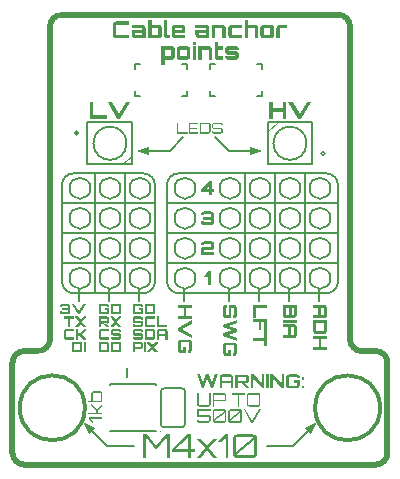
<source format=gbr>
%TF.GenerationSoftware,Altium Limited,Altium Designer,23.8.1 (32)*%
G04 Layer_Color=16777215*
%FSLAX26Y26*%
%MOIN*%
%TF.SameCoordinates,39DE4687-B220-46F9-9087-551BD55EF510*%
%TF.FilePolarity,Positive*%
%TF.FileFunction,Legend,Top*%
%TF.Part,Single*%
G01*
G75*
%TA.AperFunction,NonConductor*%
%ADD35C,0.007874*%
%ADD36C,0.003937*%
%ADD37C,0.006142*%
%ADD38C,0.005000*%
%ADD39C,0.011811*%
%ADD40C,0.008000*%
%ADD41C,0.019685*%
G36*
X-389996Y-48111D02*
X-349996Y-68111D01*
X-369996Y-88111D01*
X-389996Y-48111D01*
D02*
G37*
G36*
X390004D02*
X350004Y-68111D01*
X370004Y-88111D01*
X390004Y-48111D01*
D02*
G37*
G36*
X-213281Y856889D02*
X-170854Y871031D01*
Y842747D01*
X-213281Y856889D01*
D02*
G37*
G36*
X208600D02*
X166173Y871031D01*
Y842747D01*
X208600Y856889D01*
D02*
G37*
G36*
X-309695Y346861D02*
X-309524D01*
X-309297Y346832D01*
X-308815Y346775D01*
X-308275Y346633D01*
X-307650Y346463D01*
X-307025Y346236D01*
X-306401Y345895D01*
X-306372D01*
X-306315Y345838D01*
X-306230Y345810D01*
X-306116Y345725D01*
X-305832Y345497D01*
X-305463Y345213D01*
X-305037Y344844D01*
X-304583Y344390D01*
X-304157Y343879D01*
X-303759Y343282D01*
Y343254D01*
X-303702Y343197D01*
X-303674Y343112D01*
X-303589Y342998D01*
X-303532Y342856D01*
X-303447Y342657D01*
X-303248Y342231D01*
X-303049Y341692D01*
X-302907Y341067D01*
X-302794Y340385D01*
X-302737Y339647D01*
Y336324D01*
X-310433D01*
Y339278D01*
X-330370D01*
Y319313D01*
X-310433D01*
Y324595D01*
X-318045D01*
Y332235D01*
X-302737D01*
Y318915D01*
Y318887D01*
Y318830D01*
Y318716D01*
X-302765Y318574D01*
Y318404D01*
X-302794Y318205D01*
X-302851Y317722D01*
X-302993Y317154D01*
X-303163Y316558D01*
X-303418Y315905D01*
X-303759Y315280D01*
Y315251D01*
X-303816Y315195D01*
X-303873Y315109D01*
X-303930Y314996D01*
X-304157Y314712D01*
X-304469Y314343D01*
X-304839Y313917D01*
X-305293Y313491D01*
X-305804Y313065D01*
X-306401Y312667D01*
X-306429D01*
X-306486Y312639D01*
X-306571Y312582D01*
X-306685Y312525D01*
X-306827Y312440D01*
X-307025Y312355D01*
X-307451Y312184D01*
X-307991Y312014D01*
X-308616Y311843D01*
X-309297Y311730D01*
X-310036Y311701D01*
X-330910D01*
X-331052Y311730D01*
X-331222D01*
X-331421Y311758D01*
X-331932Y311815D01*
X-332500Y311929D01*
X-333096Y312099D01*
X-333750Y312355D01*
X-334375Y312667D01*
X-334403D01*
X-334431Y312724D01*
X-334517Y312781D01*
X-334630Y312837D01*
X-334942Y313065D01*
X-335312Y313349D01*
X-335709Y313718D01*
X-336164Y314172D01*
X-336590Y314683D01*
X-336987Y315280D01*
Y315308D01*
X-337016Y315365D01*
X-337072Y315450D01*
X-337129Y315564D01*
X-337214Y315734D01*
X-337300Y315905D01*
X-337470Y316359D01*
X-337640Y316899D01*
X-337811Y317523D01*
X-337925Y318177D01*
X-337953Y318915D01*
Y339647D01*
Y339675D01*
Y339732D01*
Y339846D01*
X-337925Y339988D01*
Y340158D01*
X-337896Y340385D01*
X-337839Y340868D01*
X-337726Y341408D01*
X-337555Y342033D01*
X-337300Y342657D01*
X-336987Y343282D01*
Y343311D01*
X-336930Y343367D01*
X-336874Y343453D01*
X-336817Y343566D01*
X-336590Y343850D01*
X-336277Y344219D01*
X-335908Y344645D01*
X-335454Y345071D01*
X-334942Y345497D01*
X-334375Y345895D01*
X-334346D01*
X-334289Y345952D01*
X-334204Y345980D01*
X-334091Y346065D01*
X-333920Y346122D01*
X-333750Y346207D01*
X-333295Y346406D01*
X-332756Y346577D01*
X-332131Y346747D01*
X-331449Y346861D01*
X-330711Y346889D01*
X-309837D01*
X-309695Y346861D01*
D02*
G37*
G36*
X-268969D02*
X-268799D01*
X-268600Y346832D01*
X-268117Y346775D01*
X-267549Y346633D01*
X-266925Y346463D01*
X-266300Y346236D01*
X-265675Y345895D01*
X-265647D01*
X-265590Y345838D01*
X-265505Y345810D01*
X-265391Y345725D01*
X-265107Y345497D01*
X-264738Y345213D01*
X-264312Y344844D01*
X-263857Y344390D01*
X-263431Y343879D01*
X-263034Y343282D01*
Y343254D01*
X-262977Y343197D01*
X-262949Y343112D01*
X-262863Y342998D01*
X-262807Y342856D01*
X-262721Y342657D01*
X-262522Y342231D01*
X-262352Y341692D01*
X-262182Y341067D01*
X-262068Y340385D01*
X-262040Y339647D01*
Y318915D01*
Y318887D01*
Y318830D01*
Y318716D01*
X-262068Y318574D01*
Y318404D01*
X-262096Y318205D01*
X-262153Y317722D01*
X-262295Y317154D01*
X-262466Y316558D01*
X-262693Y315905D01*
X-263034Y315280D01*
Y315251D01*
X-263091Y315195D01*
X-263147Y315109D01*
X-263204Y314996D01*
X-263431Y314712D01*
X-263744Y314343D01*
X-264113Y313917D01*
X-264567Y313491D01*
X-265079Y313065D01*
X-265675Y312667D01*
X-265703D01*
X-265760Y312639D01*
X-265845Y312582D01*
X-265959Y312525D01*
X-266129Y312440D01*
X-266300Y312355D01*
X-266754Y312184D01*
X-267294Y312014D01*
X-267890Y311843D01*
X-268572Y311730D01*
X-269310Y311701D01*
X-297256D01*
Y346889D01*
X-269111D01*
X-268969Y346861D01*
D02*
G37*
G36*
X-262452Y302079D02*
X-275089Y287056D01*
X-262452Y272089D01*
Y269476D01*
X-270347D01*
X-280116Y281007D01*
X-289801Y269476D01*
X-297668D01*
Y272061D01*
X-285115Y287056D01*
X-297668Y302079D01*
Y304664D01*
X-289801D01*
X-280031Y293077D01*
X-270347Y304664D01*
X-262452D01*
Y302079D01*
D02*
G37*
G36*
X-309283Y304607D02*
X-309113D01*
X-308885Y304579D01*
X-308403Y304522D01*
X-307863Y304380D01*
X-307238Y304209D01*
X-306613Y303982D01*
X-305989Y303642D01*
X-305960D01*
X-305904Y303585D01*
X-305818Y303556D01*
X-305705Y303471D01*
X-305421Y303244D01*
X-305051Y302960D01*
X-304625Y302562D01*
X-304171Y302108D01*
X-303745Y301597D01*
X-303348Y301000D01*
Y300972D01*
X-303291Y300915D01*
X-303262Y300830D01*
X-303177Y300716D01*
X-303120Y300546D01*
X-303035Y300375D01*
X-302836Y299921D01*
X-302637Y299410D01*
X-302495Y298785D01*
X-302382Y298103D01*
X-302325Y297394D01*
Y288277D01*
Y288249D01*
Y288192D01*
Y288078D01*
X-302353Y287936D01*
Y287766D01*
X-302382Y287567D01*
X-302439Y287113D01*
X-302581Y286545D01*
X-302751Y285948D01*
X-303007Y285295D01*
X-303348Y284670D01*
Y284642D01*
X-303404Y284585D01*
X-303461Y284500D01*
X-303518Y284386D01*
X-303745Y284102D01*
X-304058Y283733D01*
X-304427Y283307D01*
X-304881Y282853D01*
X-305392Y282427D01*
X-305989Y282029D01*
X-306017D01*
X-306074Y282001D01*
X-306159Y281944D01*
X-306273Y281887D01*
X-306415Y281802D01*
X-306613Y281717D01*
X-307039Y281546D01*
X-307579Y281376D01*
X-308204Y281205D01*
X-308885Y281092D01*
X-309624Y281063D01*
X-310021Y281062D01*
X-310504Y281632D01*
X-320416D01*
X-319914Y281035D01*
X-310021Y281062D01*
X-302382Y272061D01*
Y269476D01*
X-310192D01*
X-319914Y281035D01*
X-329958Y281007D01*
Y269476D01*
X-337541D01*
Y304635D01*
X-309425D01*
X-309283Y304607D01*
D02*
G37*
G36*
X-269239Y262410D02*
X-269069D01*
X-268841Y262382D01*
X-268359Y262325D01*
X-267819Y262183D01*
X-267194Y262013D01*
X-266570Y261786D01*
X-265945Y261445D01*
X-265916D01*
X-265860Y261388D01*
X-265774Y261360D01*
X-265689Y261274D01*
X-265377Y261047D01*
X-265007Y260763D01*
X-264582Y260394D01*
X-264156Y259940D01*
X-263729Y259428D01*
X-263332Y258832D01*
Y258804D01*
X-263275Y258747D01*
X-263247Y258662D01*
X-263161Y258548D01*
X-263105Y258406D01*
X-263019Y258207D01*
X-262821Y257781D01*
X-262650Y257242D01*
X-262480Y256617D01*
X-262366Y255935D01*
X-262338Y255197D01*
Y251931D01*
X-270006D01*
Y254828D01*
X-289971D01*
Y248665D01*
X-269381D01*
X-269239Y248636D01*
X-269069D01*
X-268841Y248608D01*
X-268359Y248551D01*
X-267819Y248409D01*
X-267194Y248239D01*
X-266570Y248012D01*
X-265945Y247671D01*
X-265916D01*
X-265860Y247614D01*
X-265774Y247586D01*
X-265689Y247500D01*
X-265377Y247273D01*
X-265007Y246989D01*
X-264582Y246592D01*
X-264156Y246137D01*
X-263729Y245626D01*
X-263332Y245030D01*
Y245001D01*
X-263275Y244944D01*
X-263247Y244859D01*
X-263161Y244746D01*
X-263105Y244575D01*
X-263019Y244405D01*
X-262821Y243950D01*
X-262650Y243439D01*
X-262480Y242814D01*
X-262366Y242133D01*
X-262338Y241423D01*
Y234465D01*
Y234436D01*
Y234380D01*
Y234266D01*
X-262366Y234124D01*
Y233954D01*
X-262395Y233755D01*
X-262452Y233272D01*
X-262594Y232704D01*
X-262764Y232108D01*
X-262991Y231454D01*
X-263332Y230830D01*
Y230801D01*
X-263389Y230744D01*
X-263445Y230659D01*
X-263502Y230546D01*
X-263729Y230262D01*
X-264042Y229892D01*
X-264411Y229466D01*
X-264865Y229040D01*
X-265377Y228614D01*
X-265945Y228217D01*
X-265973D01*
X-266030Y228188D01*
X-266115Y228132D01*
X-266229Y228075D01*
X-266371Y227990D01*
X-266570Y227904D01*
X-266995Y227734D01*
X-267535Y227564D01*
X-268160Y227393D01*
X-268841Y227280D01*
X-269580Y227251D01*
X-290511D01*
X-290653Y227280D01*
X-290823D01*
X-291022Y227308D01*
X-291505Y227365D01*
X-292073Y227478D01*
X-292669Y227649D01*
X-293322Y227904D01*
X-293947Y228217D01*
X-293976D01*
X-294032Y228274D01*
X-294118Y228330D01*
X-294231Y228387D01*
X-294515Y228614D01*
X-294884Y228898D01*
X-295310Y229268D01*
X-295765Y229722D01*
X-296191Y230233D01*
X-296588Y230830D01*
Y230858D01*
X-296617Y230915D01*
X-296673Y231000D01*
X-296730Y231114D01*
X-296815Y231284D01*
X-296901Y231454D01*
X-297071Y231909D01*
X-297241Y232448D01*
X-297412Y233073D01*
X-297526Y233726D01*
X-297554Y234465D01*
Y237759D01*
X-289971D01*
Y234862D01*
X-270006D01*
Y241025D01*
X-290511D01*
X-290653Y241054D01*
X-290823D01*
X-291022Y241082D01*
X-291505Y241139D01*
X-292073Y241252D01*
X-292669Y241423D01*
X-293322Y241678D01*
X-293947Y241991D01*
X-293976D01*
X-294032Y242048D01*
X-294118Y242104D01*
X-294231Y242161D01*
X-294515Y242388D01*
X-294884Y242701D01*
X-295310Y243070D01*
X-295765Y243524D01*
X-296191Y244036D01*
X-296588Y244632D01*
Y244660D01*
X-296617Y244717D01*
X-296673Y244802D01*
X-296730Y244916D01*
X-296815Y245086D01*
X-296901Y245257D01*
X-297071Y245711D01*
X-297241Y246251D01*
X-297412Y246876D01*
X-297526Y247557D01*
X-297554Y248267D01*
Y255197D01*
Y255225D01*
Y255282D01*
Y255396D01*
X-297526Y255538D01*
Y255708D01*
X-297497Y255935D01*
X-297440Y256418D01*
X-297327Y256958D01*
X-297156Y257582D01*
X-296901Y258207D01*
X-296588Y258832D01*
Y258860D01*
X-296531Y258917D01*
X-296475Y259002D01*
X-296418Y259116D01*
X-296191Y259400D01*
X-295878Y259769D01*
X-295509Y260195D01*
X-295055Y260621D01*
X-294543Y261047D01*
X-293947Y261445D01*
X-293919D01*
X-293862Y261502D01*
X-293777Y261530D01*
X-293663Y261615D01*
X-293493Y261672D01*
X-293322Y261757D01*
X-292868Y261956D01*
X-292328Y262126D01*
X-291704Y262297D01*
X-291050Y262410D01*
X-290312Y262439D01*
X-269381D01*
X-269239Y262410D01*
D02*
G37*
G36*
X-302552Y254828D02*
X-328595D01*
X-328737Y254799D01*
X-328908Y254771D01*
X-329305Y254657D01*
X-329504Y254572D01*
X-329674Y254430D01*
X-329703Y254402D01*
X-329731Y254345D01*
X-329788Y254260D01*
X-329873Y254118D01*
X-329958Y253947D01*
X-330015Y253748D01*
X-330043Y253493D01*
X-330072Y253209D01*
Y236481D01*
Y236453D01*
Y236339D01*
X-330043Y236197D01*
X-330015Y236027D01*
X-329901Y235629D01*
X-329816Y235430D01*
X-329674Y235260D01*
X-329646Y235232D01*
X-329589Y235203D01*
X-329504Y235146D01*
X-329362Y235061D01*
X-329192Y234976D01*
X-328964Y234919D01*
X-328737Y234891D01*
X-328453Y234862D01*
X-302552D01*
Y227251D01*
X-330611D01*
X-330753Y227280D01*
X-330924D01*
X-331123Y227308D01*
X-331634Y227365D01*
X-332202Y227478D01*
X-332798Y227649D01*
X-333452Y227904D01*
X-334076Y228217D01*
X-334105D01*
X-334133Y228274D01*
X-334218Y228330D01*
X-334332Y228387D01*
X-334644Y228614D01*
X-335014Y228898D01*
X-335411Y229268D01*
X-335865Y229722D01*
X-336291Y230233D01*
X-336689Y230830D01*
Y230858D01*
X-336717Y230915D01*
X-336774Y231000D01*
X-336831Y231114D01*
X-336916Y231284D01*
X-337002Y231454D01*
X-337172Y231909D01*
X-337342Y232448D01*
X-337513Y233073D01*
X-337626Y233726D01*
X-337655Y234465D01*
Y255197D01*
Y255225D01*
Y255282D01*
Y255396D01*
X-337626Y255538D01*
Y255708D01*
X-337598Y255935D01*
X-337541Y256418D01*
X-337428Y256958D01*
X-337257Y257582D01*
X-337002Y258207D01*
X-336689Y258832D01*
Y258860D01*
X-336632Y258917D01*
X-336575Y259002D01*
X-336519Y259116D01*
X-336291Y259400D01*
X-335979Y259769D01*
X-335610Y260195D01*
X-335156Y260621D01*
X-334644Y261047D01*
X-334076Y261445D01*
X-334048D01*
X-333991Y261502D01*
X-333906Y261530D01*
X-333792Y261615D01*
X-333622Y261672D01*
X-333452Y261757D01*
X-332997Y261956D01*
X-332457Y262126D01*
X-331833Y262297D01*
X-331151Y262410D01*
X-330413Y262439D01*
X-302552D01*
Y254828D01*
D02*
G37*
G36*
X-269012Y220185D02*
X-268841D01*
X-268614Y220157D01*
X-268132Y220100D01*
X-267592Y219958D01*
X-266967Y219788D01*
X-266342Y219560D01*
X-265717Y219220D01*
X-265689D01*
X-265632Y219163D01*
X-265547Y219135D01*
X-265462Y219049D01*
X-265149Y218822D01*
X-264780Y218538D01*
X-264354Y218169D01*
X-263928Y217714D01*
X-263502Y217203D01*
X-263105Y216607D01*
Y216578D01*
X-263048Y216522D01*
X-263019Y216436D01*
X-262934Y216323D01*
X-262877Y216181D01*
X-262792Y215982D01*
X-262594Y215556D01*
X-262423Y215017D01*
X-262253Y214392D01*
X-262139Y213710D01*
X-262111Y212972D01*
Y192240D01*
Y192211D01*
Y192155D01*
Y192041D01*
X-262139Y191899D01*
Y191728D01*
X-262168Y191530D01*
X-262224Y191047D01*
X-262366Y190479D01*
X-262537Y189882D01*
X-262764Y189229D01*
X-263105Y188605D01*
Y188576D01*
X-263161Y188519D01*
X-263218Y188434D01*
X-263275Y188321D01*
X-263502Y188036D01*
X-263815Y187667D01*
X-264184Y187241D01*
X-264638Y186815D01*
X-265149Y186389D01*
X-265717Y185992D01*
X-265746D01*
X-265803Y185963D01*
X-265888Y185906D01*
X-266002Y185850D01*
X-266144Y185764D01*
X-266342Y185679D01*
X-266768Y185509D01*
X-267308Y185339D01*
X-267933Y185168D01*
X-268614Y185054D01*
X-269353Y185026D01*
X-290284D01*
X-290425Y185054D01*
X-290596D01*
X-290795Y185083D01*
X-291277Y185140D01*
X-291846Y185253D01*
X-292442Y185424D01*
X-293095Y185679D01*
X-293720Y185992D01*
X-293748D01*
X-293805Y186048D01*
X-293890Y186105D01*
X-294004Y186162D01*
X-294288Y186389D01*
X-294657Y186673D01*
X-295083Y187042D01*
X-295538Y187497D01*
X-295964Y188008D01*
X-296361Y188605D01*
Y188633D01*
X-296389Y188690D01*
X-296446Y188775D01*
X-296503Y188888D01*
X-296588Y189059D01*
X-296673Y189229D01*
X-296844Y189684D01*
X-297014Y190223D01*
X-297185Y190848D01*
X-297298Y191501D01*
X-297327Y192240D01*
Y212972D01*
Y213000D01*
Y213057D01*
Y213171D01*
X-297298Y213312D01*
Y213483D01*
X-297270Y213710D01*
X-297213Y214193D01*
X-297099Y214732D01*
X-296929Y215357D01*
X-296673Y215982D01*
X-296361Y216607D01*
Y216635D01*
X-296304Y216692D01*
X-296248Y216777D01*
X-296191Y216891D01*
X-295964Y217175D01*
X-295651Y217544D01*
X-295282Y217970D01*
X-294827Y218396D01*
X-294316Y218822D01*
X-293720Y219220D01*
X-293692D01*
X-293635Y219276D01*
X-293550Y219305D01*
X-293436Y219390D01*
X-293265Y219447D01*
X-293095Y219532D01*
X-292641Y219731D01*
X-292101Y219901D01*
X-291476Y220072D01*
X-290823Y220185D01*
X-290085Y220214D01*
X-269154D01*
X-269012Y220185D01*
D02*
G37*
G36*
X-309652D02*
X-309482D01*
X-309283Y220157D01*
X-308800Y220100D01*
X-308232Y219958D01*
X-307608Y219788D01*
X-306983Y219560D01*
X-306358Y219220D01*
X-306329D01*
X-306273Y219163D01*
X-306188Y219135D01*
X-306074Y219049D01*
X-305790Y218822D01*
X-305421Y218538D01*
X-304995Y218169D01*
X-304540Y217714D01*
X-304114Y217203D01*
X-303717Y216607D01*
Y216578D01*
X-303660Y216522D01*
X-303632Y216436D01*
X-303546Y216323D01*
X-303490Y216181D01*
X-303404Y215982D01*
X-303205Y215556D01*
X-303035Y215017D01*
X-302865Y214392D01*
X-302751Y213710D01*
X-302723Y212972D01*
Y192240D01*
Y192211D01*
Y192155D01*
Y192041D01*
X-302751Y191899D01*
Y191728D01*
X-302779Y191530D01*
X-302836Y191047D01*
X-302978Y190479D01*
X-303149Y189882D01*
X-303376Y189229D01*
X-303717Y188605D01*
Y188576D01*
X-303774Y188519D01*
X-303830Y188434D01*
X-303887Y188321D01*
X-304114Y188036D01*
X-304427Y187667D01*
X-304796Y187241D01*
X-305250Y186815D01*
X-305762Y186389D01*
X-306358Y185992D01*
X-306386D01*
X-306443Y185963D01*
X-306528Y185906D01*
X-306642Y185850D01*
X-306812Y185764D01*
X-306983Y185679D01*
X-307437Y185509D01*
X-307977Y185339D01*
X-308573Y185168D01*
X-309255Y185054D01*
X-309993Y185026D01*
X-337939D01*
Y220214D01*
X-309794D01*
X-309652Y220185D01*
D02*
G37*
G36*
X-265280Y963656D02*
X-275381D01*
X-308050Y1020031D01*
X-293945D01*
X-270285Y979081D01*
X-246625Y1020031D01*
X-232611D01*
X-265280Y963656D01*
D02*
G37*
G36*
X-355233Y975850D02*
X-310962D01*
Y963656D01*
X-367382D01*
Y1020122D01*
X-355233D01*
Y975850D01*
D02*
G37*
G36*
X35103Y11884D02*
Y11848D01*
Y11775D01*
Y11666D01*
Y11520D01*
X35067Y11156D01*
X34994Y10647D01*
X34849Y10064D01*
X34666Y9409D01*
X34412Y8754D01*
X34084Y8099D01*
Y8062D01*
X34048Y8026D01*
X33902Y7807D01*
X33684Y7516D01*
X33392Y7116D01*
X32992Y6679D01*
X32519Y6242D01*
X32009Y5769D01*
X31390Y5369D01*
X31354D01*
X31318Y5332D01*
X31099Y5223D01*
X30735Y5041D01*
X30262Y4895D01*
X29716Y4713D01*
X29061Y4531D01*
X28369Y4422D01*
X27605Y4386D01*
X-2862D01*
X-3226Y4422D01*
X-3736Y4495D01*
X-4318Y4641D01*
X-4973Y4786D01*
X-5628Y5041D01*
X-6284Y5369D01*
X-6320D01*
X-6356Y5405D01*
X-6575Y5551D01*
X-6866Y5769D01*
X-7266Y6097D01*
X-7703Y6497D01*
X-8140Y6934D01*
X-8613Y7480D01*
X-9014Y8099D01*
Y8135D01*
X-9050Y8171D01*
X-9159Y8390D01*
X-9341Y8754D01*
X-9523Y9227D01*
X-9705Y9773D01*
X-9887Y10428D01*
X-9996Y11120D01*
X-10033Y11884D01*
Y49485D01*
X-4937D01*
Y11884D01*
Y11848D01*
Y11739D01*
X-4900Y11520D01*
X-4827Y11302D01*
X-4755Y11047D01*
X-4646Y10756D01*
X-4463Y10465D01*
X-4209Y10173D01*
X-4172Y10137D01*
X-4063Y10064D01*
X-3918Y9955D01*
X-3736Y9809D01*
X-3481Y9664D01*
X-3189Y9555D01*
X-2862Y9482D01*
X-2498Y9445D01*
X27787D01*
X27969Y9482D01*
X28187Y9555D01*
X28442Y9627D01*
X28733Y9737D01*
X29024Y9919D01*
X29316Y10173D01*
X29352Y10210D01*
X29425Y10319D01*
X29534Y10465D01*
X29680Y10647D01*
X29825Y10901D01*
X29934Y11193D01*
X30007Y11520D01*
X30044Y11884D01*
Y49485D01*
X35103D01*
Y11884D01*
D02*
G37*
G36*
X194499Y49449D02*
X194972Y49376D01*
X195554Y49231D01*
X196210Y49049D01*
X196865Y48794D01*
X197520Y48466D01*
X197556D01*
X197593Y48430D01*
X197811Y48284D01*
X198102Y48066D01*
X198503Y47775D01*
X198940Y47374D01*
X199376Y46901D01*
X199813Y46391D01*
X200214Y45773D01*
Y45736D01*
X200250Y45700D01*
X200359Y45481D01*
X200541Y45117D01*
X200723Y44644D01*
X200905Y44098D01*
X201087Y43443D01*
X201196Y42751D01*
X201233Y41987D01*
Y11884D01*
Y11848D01*
Y11775D01*
Y11666D01*
Y11520D01*
X201196Y11156D01*
X201124Y10647D01*
X200978Y10064D01*
X200796Y9409D01*
X200541Y8754D01*
X200214Y8099D01*
Y8062D01*
X200177Y8026D01*
X200032Y7807D01*
X199813Y7516D01*
X199522Y7116D01*
X199122Y6679D01*
X198649Y6242D01*
X198139Y5769D01*
X197520Y5369D01*
X197484D01*
X197447Y5332D01*
X197229Y5223D01*
X196865Y5041D01*
X196392Y4895D01*
X195846Y4713D01*
X195190Y4531D01*
X194499Y4422D01*
X193734Y4386D01*
X163268D01*
X162904Y4422D01*
X162394Y4495D01*
X161812Y4641D01*
X161156Y4786D01*
X160501Y5041D01*
X159846Y5369D01*
X159810D01*
X159773Y5405D01*
X159555Y5551D01*
X159264Y5769D01*
X158863Y6097D01*
X158427Y6497D01*
X157990Y6934D01*
X157517Y7480D01*
X157116Y8099D01*
Y8135D01*
X157080Y8171D01*
X156970Y8390D01*
X156788Y8754D01*
X156607Y9227D01*
X156424Y9773D01*
X156243Y10428D01*
X156133Y11120D01*
X156097Y11884D01*
Y41987D01*
Y42023D01*
Y42096D01*
Y42205D01*
Y42351D01*
X156170Y42751D01*
X156243Y43225D01*
X156352Y43807D01*
X156534Y44462D01*
X156788Y45117D01*
X157116Y45773D01*
Y45809D01*
X157153Y45845D01*
X157298Y46064D01*
X157517Y46355D01*
X157844Y46755D01*
X158244Y47192D01*
X158681Y47629D01*
X159227Y48066D01*
X159846Y48466D01*
X159882D01*
X159919Y48503D01*
X160137Y48612D01*
X160501Y48794D01*
X160975Y48976D01*
X161520Y49158D01*
X162176Y49340D01*
X162867Y49449D01*
X163632Y49485D01*
X194099D01*
X194499Y49449D01*
D02*
G37*
G36*
X151547Y44426D02*
X131527D01*
Y4386D01*
X126467D01*
Y44426D01*
X106411D01*
Y49485D01*
X151547D01*
Y44426D01*
D02*
G37*
G36*
X80385Y49413D02*
X80858Y49303D01*
X81441Y49194D01*
X82096Y49012D01*
X82751Y48757D01*
X83406Y48393D01*
X83442D01*
X83479Y48357D01*
X83697Y48211D01*
X84025Y47993D01*
X84389Y47665D01*
X84826Y47265D01*
X85299Y46828D01*
X85736Y46282D01*
X86136Y45663D01*
X86172Y45591D01*
X86282Y45372D01*
X86464Y45008D01*
X86646Y44571D01*
X86828Y44025D01*
X87010Y43370D01*
X87119Y42679D01*
X87155Y41914D01*
Y28701D01*
Y28665D01*
Y28592D01*
Y28483D01*
Y28337D01*
X87119Y27973D01*
X87046Y27463D01*
X86900Y26881D01*
X86719Y26226D01*
X86464Y25571D01*
X86136Y24915D01*
X86100Y24843D01*
X85954Y24624D01*
X85736Y24333D01*
X85445Y23933D01*
X85044Y23532D01*
X84571Y23059D01*
X84025Y22622D01*
X83406Y22185D01*
X83370D01*
X83333Y22149D01*
X83115Y22040D01*
X82751Y21858D01*
X82278Y21676D01*
X81732Y21494D01*
X81076Y21312D01*
X80385Y21203D01*
X79621Y21166D01*
X47079D01*
Y4386D01*
X42019D01*
Y49449D01*
X79984D01*
X80385Y49413D01*
D02*
G37*
G36*
X35577Y-9839D02*
X-2607D01*
X-2789Y-9876D01*
X-3007Y-9912D01*
X-3299Y-10021D01*
X-3590Y-10130D01*
X-3881Y-10312D01*
X-4172Y-10567D01*
X-4209Y-10604D01*
X-4282Y-10677D01*
X-4391Y-10822D01*
X-4500Y-11040D01*
X-4646Y-11295D01*
X-4755Y-11586D01*
X-4827Y-11914D01*
X-4864Y-12278D01*
Y-21487D01*
Y-21524D01*
Y-21669D01*
X-4827Y-21851D01*
X-4791Y-22106D01*
X-4682Y-22361D01*
X-4573Y-22652D01*
X-4391Y-22980D01*
X-4172Y-23271D01*
X-4136Y-23307D01*
X-4027Y-23380D01*
X-3881Y-23489D01*
X-3663Y-23635D01*
X-3408Y-23780D01*
X-3117Y-23890D01*
X-2789Y-23962D01*
X-2425Y-23999D01*
X28333D01*
X28733Y-24035D01*
X29206Y-24108D01*
X29789Y-24254D01*
X30444Y-24436D01*
X31099Y-24691D01*
X31755Y-25018D01*
X31791D01*
X31827Y-25055D01*
X32046Y-25200D01*
X32373Y-25419D01*
X32774Y-25710D01*
X33211Y-26110D01*
X33647Y-26583D01*
X34120Y-27129D01*
X34521Y-27748D01*
Y-27785D01*
X34557Y-27821D01*
X34703Y-28039D01*
X34849Y-28403D01*
X35067Y-28876D01*
X35249Y-29422D01*
X35431Y-30078D01*
X35540Y-30806D01*
X35577Y-31570D01*
Y-42235D01*
Y-42272D01*
Y-42344D01*
Y-42454D01*
Y-42599D01*
X35540Y-43000D01*
X35431Y-43473D01*
X35322Y-44092D01*
X35140Y-44711D01*
X34885Y-45402D01*
X34521Y-46057D01*
Y-46094D01*
X34484Y-46130D01*
X34339Y-46349D01*
X34120Y-46640D01*
X33793Y-47040D01*
X33392Y-47477D01*
X32919Y-47914D01*
X32373Y-48387D01*
X31755Y-48787D01*
X31718D01*
X31682Y-48824D01*
X31463Y-48933D01*
X31099Y-49115D01*
X30626Y-49297D01*
X30080Y-49479D01*
X29425Y-49661D01*
X28733Y-49770D01*
X27969Y-49806D01*
X-2789D01*
X-3189Y-49734D01*
X-3699Y-49661D01*
X-4318Y-49552D01*
X-4973Y-49370D01*
X-5628Y-49115D01*
X-6284Y-48787D01*
X-6320D01*
X-6356Y-48751D01*
X-6575Y-48605D01*
X-6866Y-48387D01*
X-7266Y-48059D01*
X-7703Y-47659D01*
X-8140Y-47222D01*
X-8613Y-46676D01*
X-9014Y-46057D01*
Y-46021D01*
X-9050Y-45984D01*
X-9086Y-45875D01*
X-9159Y-45766D01*
X-9341Y-45402D01*
X-9487Y-44929D01*
X-9669Y-44346D01*
X-9851Y-43691D01*
X-9960Y-43000D01*
X-9996Y-42235D01*
Y-40415D01*
X-4864D01*
Y-42235D01*
Y-42272D01*
Y-42417D01*
X-4827Y-42599D01*
X-4791Y-42818D01*
X-4682Y-43109D01*
X-4573Y-43400D01*
X-4391Y-43691D01*
X-4172Y-43983D01*
X-4136Y-44019D01*
X-4027Y-44092D01*
X-3881Y-44201D01*
X-3663Y-44310D01*
X-3408Y-44456D01*
X-3117Y-44565D01*
X-2789Y-44638D01*
X-2425Y-44674D01*
X28151D01*
X28333Y-44638D01*
X28551Y-44601D01*
X28843Y-44492D01*
X29134Y-44383D01*
X29425Y-44201D01*
X29680Y-43983D01*
X29716Y-43946D01*
X29789Y-43837D01*
X29898Y-43691D01*
X30044Y-43473D01*
X30189Y-43218D01*
X30299Y-42927D01*
X30371Y-42599D01*
X30408Y-42235D01*
Y-31570D01*
Y-31534D01*
Y-31388D01*
X30371Y-31206D01*
X30335Y-30988D01*
X30226Y-30733D01*
X30116Y-30442D01*
X29934Y-30151D01*
X29680Y-29859D01*
X29643Y-29823D01*
X29570Y-29750D01*
X29425Y-29641D01*
X29206Y-29495D01*
X28952Y-29350D01*
X28660Y-29241D01*
X28333Y-29168D01*
X27969Y-29131D01*
X-9996D01*
Y-4634D01*
X35577D01*
Y-9839D01*
D02*
G37*
G36*
X177318Y-49806D02*
X171421D01*
X145286Y-4707D01*
X151219D01*
X174370Y-44856D01*
X197411Y-4707D01*
X203381D01*
X177318Y-49806D01*
D02*
G37*
G36*
X133092Y-4743D02*
X133565Y-4816D01*
X134148Y-4962D01*
X134803Y-5144D01*
X135458Y-5399D01*
X136113Y-5726D01*
X136150D01*
X136186Y-5763D01*
X136405Y-5908D01*
X136732Y-6127D01*
X137132Y-6454D01*
X137569Y-6854D01*
X138006Y-7328D01*
X138479Y-7874D01*
X138880Y-8492D01*
Y-8529D01*
X138916Y-8565D01*
X139062Y-8784D01*
X139207Y-9148D01*
X139426Y-9621D01*
X139608Y-10203D01*
X139790Y-10858D01*
X139899Y-11550D01*
X139935Y-12351D01*
Y-42235D01*
Y-42272D01*
Y-42344D01*
Y-42454D01*
Y-42599D01*
X139899Y-43000D01*
X139790Y-43473D01*
X139680Y-44092D01*
X139499Y-44711D01*
X139244Y-45402D01*
X138880Y-46057D01*
Y-46094D01*
X138843Y-46130D01*
X138698Y-46349D01*
X138479Y-46640D01*
X138152Y-47040D01*
X137751Y-47477D01*
X137278Y-47914D01*
X136732Y-48387D01*
X136113Y-48787D01*
X136077D01*
X136041Y-48824D01*
X135822Y-48933D01*
X135458Y-49115D01*
X134985Y-49297D01*
X134439Y-49479D01*
X133784Y-49661D01*
X133092Y-49770D01*
X132328Y-49806D01*
X101570D01*
X101169Y-49734D01*
X100660Y-49661D01*
X100041Y-49552D01*
X99386Y-49370D01*
X98731Y-49115D01*
X98075Y-48787D01*
X98039D01*
X98002Y-48751D01*
X97784Y-48605D01*
X97493Y-48387D01*
X97093Y-48059D01*
X96656Y-47659D01*
X96219Y-47222D01*
X95746Y-46676D01*
X95345Y-46057D01*
Y-46021D01*
X95309Y-45984D01*
X95272Y-45875D01*
X95200Y-45766D01*
X95018Y-45402D01*
X94872Y-44929D01*
X94690Y-44346D01*
X94508Y-43691D01*
X94399Y-43000D01*
X94362Y-42235D01*
Y-12351D01*
Y-12315D01*
Y-12242D01*
Y-12133D01*
Y-11987D01*
X94399Y-11586D01*
X94472Y-11077D01*
X94617Y-10458D01*
X94763Y-9803D01*
X95018Y-9148D01*
X95345Y-8492D01*
Y-8456D01*
X95382Y-8420D01*
X95527Y-8201D01*
X95746Y-7874D01*
X96073Y-7473D01*
X96474Y-7037D01*
X96910Y-6600D01*
X97457Y-6127D01*
X98075Y-5726D01*
X98112D01*
X98148Y-5690D01*
X98367Y-5580D01*
X98731Y-5399D01*
X99204Y-5216D01*
X99786Y-5035D01*
X100441Y-4852D01*
X101169Y-4743D01*
X101934Y-4707D01*
X132692D01*
X133092Y-4743D01*
D02*
G37*
G36*
X80785D02*
X81258Y-4816D01*
X81841Y-4962D01*
X82496Y-5144D01*
X83151Y-5399D01*
X83806Y-5726D01*
X83843D01*
X83879Y-5763D01*
X84098Y-5908D01*
X84425Y-6127D01*
X84826Y-6454D01*
X85263Y-6854D01*
X85699Y-7328D01*
X86172Y-7874D01*
X86573Y-8492D01*
Y-8529D01*
X86609Y-8565D01*
X86755Y-8784D01*
X86900Y-9148D01*
X87119Y-9621D01*
X87301Y-10203D01*
X87483Y-10858D01*
X87592Y-11550D01*
X87629Y-12351D01*
Y-42235D01*
Y-42272D01*
Y-42344D01*
Y-42454D01*
Y-42599D01*
X87592Y-43000D01*
X87483Y-43473D01*
X87374Y-44092D01*
X87192Y-44711D01*
X86937Y-45402D01*
X86573Y-46057D01*
Y-46094D01*
X86537Y-46130D01*
X86391Y-46349D01*
X86172Y-46640D01*
X85845Y-47040D01*
X85445Y-47477D01*
X84971Y-47914D01*
X84425Y-48387D01*
X83806Y-48787D01*
X83770D01*
X83734Y-48824D01*
X83515Y-48933D01*
X83151Y-49115D01*
X82678Y-49297D01*
X82132Y-49479D01*
X81477Y-49661D01*
X80785Y-49770D01*
X80021Y-49806D01*
X49263D01*
X48862Y-49734D01*
X48353Y-49661D01*
X47734Y-49552D01*
X47079Y-49370D01*
X46424Y-49115D01*
X45769Y-48787D01*
X45732D01*
X45696Y-48751D01*
X45477Y-48605D01*
X45186Y-48387D01*
X44786Y-48059D01*
X44349Y-47659D01*
X43912Y-47222D01*
X43439Y-46676D01*
X43038Y-46057D01*
Y-46021D01*
X43002Y-45984D01*
X42966Y-45875D01*
X42893Y-45766D01*
X42711Y-45402D01*
X42565Y-44929D01*
X42383Y-44346D01*
X42201Y-43691D01*
X42092Y-43000D01*
X42056Y-42235D01*
Y-12351D01*
Y-12315D01*
Y-12242D01*
Y-12133D01*
Y-11987D01*
X42092Y-11586D01*
X42165Y-11077D01*
X42310Y-10458D01*
X42456Y-9803D01*
X42711Y-9148D01*
X43038Y-8492D01*
Y-8456D01*
X43075Y-8420D01*
X43221Y-8201D01*
X43439Y-7874D01*
X43767Y-7473D01*
X44167Y-7037D01*
X44604Y-6600D01*
X45150Y-6127D01*
X45769Y-5726D01*
X45805D01*
X45841Y-5690D01*
X46060Y-5580D01*
X46424Y-5399D01*
X46897Y-5216D01*
X47479Y-5035D01*
X48135Y-4852D01*
X48862Y-4743D01*
X49627Y-4707D01*
X80385D01*
X80785Y-4743D01*
D02*
G37*
G36*
X287355Y963702D02*
X275206D01*
Y985769D01*
X241946D01*
Y963702D01*
X229797D01*
Y1020076D01*
X241946D01*
Y998009D01*
X275206D01*
Y1020076D01*
X287355D01*
Y963702D01*
D02*
G37*
G36*
X337541D02*
X327440D01*
X294771Y1020076D01*
X308876D01*
X332536Y979126D01*
X356196Y1020076D01*
X370210D01*
X337541Y963702D01*
D02*
G37*
G36*
X-400387Y311701D02*
X-406692D01*
X-427084Y346889D01*
X-418279D01*
X-403512Y321329D01*
X-388743Y346889D01*
X-379996D01*
X-400387Y311701D01*
D02*
G37*
G36*
X-439949Y346861D02*
X-439750Y346832D01*
X-439239Y346775D01*
X-438699Y346662D01*
X-438074Y346491D01*
X-437478Y346236D01*
X-436853Y345923D01*
X-436825D01*
X-436768Y345895D01*
X-436711Y345838D01*
X-436598Y345753D01*
X-436313Y345554D01*
X-435944Y345270D01*
X-435547Y344901D01*
X-435121Y344475D01*
X-434695Y343964D01*
X-434325Y343396D01*
Y343367D01*
X-434297Y343311D01*
X-434240Y343225D01*
X-434183Y343112D01*
X-434098Y342970D01*
X-434013Y342799D01*
X-433843Y342345D01*
X-433672Y341834D01*
X-433502Y341209D01*
X-433388Y340556D01*
X-433360Y339817D01*
Y332774D01*
Y332746D01*
Y332689D01*
Y332575D01*
Y332433D01*
X-433388Y332263D01*
Y332064D01*
X-433445Y331610D01*
Y331581D01*
Y331496D01*
X-433474Y331383D01*
X-433502Y331241D01*
X-433559Y330900D01*
X-433672Y330502D01*
X-433644Y330474D01*
X-433559Y330360D01*
X-433417Y330161D01*
X-433246Y329934D01*
X-433076Y329622D01*
X-432877Y329281D01*
X-432678Y328912D01*
X-432508Y328486D01*
X-432479Y328429D01*
X-432423Y328287D01*
X-432366Y328060D01*
X-432281Y327747D01*
X-432195Y327407D01*
X-432110Y326981D01*
X-432082Y326555D01*
X-432053Y326072D01*
Y318773D01*
Y318745D01*
Y318688D01*
Y318574D01*
Y318432D01*
X-432082Y318262D01*
X-432110Y318063D01*
X-432167Y317609D01*
X-432281Y317041D01*
X-432451Y316444D01*
X-432707Y315819D01*
X-433019Y315223D01*
Y315195D01*
X-433048Y315166D01*
X-433104Y315081D01*
X-433190Y314967D01*
X-433388Y314683D01*
X-433701Y314314D01*
X-434041Y313888D01*
X-434496Y313462D01*
X-435007Y313065D01*
X-435575Y312667D01*
X-435603D01*
X-435660Y312639D01*
X-435745Y312582D01*
X-435859Y312525D01*
X-436001Y312440D01*
X-436200Y312355D01*
X-436626Y312184D01*
X-437166Y312014D01*
X-437762Y311843D01*
X-438415Y311730D01*
X-439125Y311701D01*
X-459687D01*
X-459829Y311730D01*
X-459999D01*
X-460198Y311758D01*
X-460681Y311815D01*
X-461220Y311929D01*
X-461845Y312099D01*
X-462442Y312355D01*
X-463066Y312667D01*
X-463095D01*
X-463123Y312724D01*
X-463208Y312781D01*
X-463322Y312837D01*
X-463634Y313065D01*
X-463975Y313349D01*
X-464401Y313718D01*
X-464827Y314144D01*
X-465253Y314655D01*
X-465651Y315223D01*
Y315251D01*
X-465679Y315308D01*
X-465736Y315393D01*
X-465793Y315507D01*
X-465878Y315649D01*
X-465963Y315819D01*
X-466134Y316274D01*
X-466304Y316785D01*
X-466474Y317381D01*
X-466588Y318063D01*
X-466616Y318773D01*
Y321528D01*
X-459147D01*
Y319171D01*
X-439523D01*
Y325674D01*
X-460851D01*
Y333143D01*
X-440858D01*
Y339420D01*
X-459147D01*
Y336665D01*
X-466616D01*
Y339817D01*
Y339846D01*
Y339903D01*
Y340016D01*
X-466588Y340158D01*
Y340329D01*
X-466560Y340527D01*
X-466503Y341010D01*
X-466389Y341578D01*
X-466219Y342175D01*
X-465991Y342799D01*
X-465679Y343396D01*
Y343424D01*
X-465622Y343481D01*
X-465565Y343538D01*
X-465509Y343651D01*
X-465281Y343935D01*
X-464998Y344305D01*
X-464628Y344702D01*
X-464174Y345128D01*
X-463663Y345554D01*
X-463095Y345923D01*
X-463066D01*
X-463010Y345952D01*
X-462924Y346009D01*
X-462811Y346065D01*
X-462640Y346151D01*
X-462470Y346236D01*
X-462015Y346406D01*
X-461476Y346577D01*
X-460880Y346747D01*
X-460198Y346861D01*
X-459488Y346889D01*
X-440119D01*
X-439949Y346861D01*
D02*
G37*
G36*
X-379996Y302079D02*
X-392634Y287056D01*
X-379996Y272089D01*
Y269476D01*
X-387892D01*
X-397661Y281007D01*
X-407346Y269476D01*
X-415212D01*
Y272061D01*
X-402659Y287056D01*
X-415212Y302079D01*
Y304664D01*
X-407346D01*
X-397576Y293077D01*
X-387892Y304664D01*
X-379996D01*
Y302079D01*
D02*
G37*
G36*
X-418393Y297053D02*
X-432195D01*
Y269476D01*
X-439807D01*
Y297053D01*
X-453609D01*
Y304664D01*
X-418393D01*
Y297053D01*
D02*
G37*
G36*
X-379996Y259798D02*
X-392549Y244831D01*
X-379996Y229864D01*
Y227251D01*
X-387920D01*
X-399450Y241025D01*
X-406351D01*
Y227251D01*
X-413963D01*
Y262439D01*
X-406351D01*
Y248665D01*
X-399450D01*
X-387920Y262439D01*
X-379996D01*
Y259798D01*
D02*
G37*
G36*
X-419132Y254828D02*
X-445174D01*
X-445316Y254799D01*
X-445487Y254771D01*
X-445884Y254657D01*
X-446083Y254572D01*
X-446253Y254430D01*
X-446282Y254402D01*
X-446310Y254345D01*
X-446367Y254260D01*
X-446452Y254118D01*
X-446538Y253947D01*
X-446594Y253748D01*
X-446623Y253493D01*
X-446651Y253209D01*
Y236481D01*
Y236453D01*
Y236339D01*
X-446623Y236197D01*
X-446594Y236027D01*
X-446481Y235629D01*
X-446396Y235430D01*
X-446253Y235260D01*
X-446225Y235232D01*
X-446168Y235203D01*
X-446083Y235146D01*
X-445941Y235061D01*
X-445771Y234976D01*
X-445543Y234919D01*
X-445316Y234891D01*
X-445032Y234862D01*
X-419132D01*
Y227251D01*
X-447191D01*
X-447333Y227280D01*
X-447503D01*
X-447702Y227308D01*
X-448213Y227365D01*
X-448781Y227478D01*
X-449377Y227649D01*
X-450031Y227904D01*
X-450656Y228217D01*
X-450684D01*
X-450712Y228274D01*
X-450798Y228330D01*
X-450911Y228387D01*
X-451224Y228614D01*
X-451593Y228898D01*
X-451990Y229268D01*
X-452445Y229722D01*
X-452871Y230233D01*
X-453268Y230830D01*
Y230858D01*
X-453297Y230915D01*
X-453353Y231000D01*
X-453410Y231114D01*
X-453495Y231284D01*
X-453581Y231454D01*
X-453751Y231909D01*
X-453921Y232448D01*
X-454092Y233073D01*
X-454205Y233726D01*
X-454234Y234465D01*
Y255197D01*
Y255225D01*
Y255282D01*
Y255396D01*
X-454205Y255538D01*
Y255708D01*
X-454177Y255935D01*
X-454120Y256418D01*
X-454007Y256958D01*
X-453836Y257582D01*
X-453581Y258207D01*
X-453268Y258832D01*
Y258860D01*
X-453212Y258917D01*
X-453155Y259002D01*
X-453098Y259116D01*
X-452871Y259400D01*
X-452558Y259769D01*
X-452189Y260195D01*
X-451735Y260621D01*
X-451224Y261047D01*
X-450656Y261445D01*
X-450627D01*
X-450570Y261502D01*
X-450485Y261530D01*
X-450372Y261615D01*
X-450201Y261672D01*
X-450031Y261757D01*
X-449576Y261956D01*
X-449037Y262126D01*
X-448412Y262297D01*
X-447730Y262410D01*
X-446992Y262439D01*
X-419132D01*
Y254828D01*
D02*
G37*
G36*
X-380025Y185026D02*
X-387494D01*
Y220214D01*
X-380025D01*
Y185026D01*
D02*
G37*
G36*
X-398712Y220185D02*
X-398541D01*
X-398343Y220157D01*
X-397860Y220100D01*
X-397292Y219958D01*
X-396667Y219788D01*
X-396042Y219560D01*
X-395418Y219220D01*
X-395389D01*
X-395332Y219163D01*
X-395247Y219135D01*
X-395134Y219049D01*
X-394849Y218822D01*
X-394480Y218538D01*
X-394054Y218169D01*
X-393600Y217714D01*
X-393174Y217203D01*
X-392776Y216607D01*
Y216578D01*
X-392719Y216522D01*
X-392691Y216436D01*
X-392606Y216323D01*
X-392549Y216181D01*
X-392464Y215982D01*
X-392265Y215556D01*
X-392095Y215017D01*
X-391924Y214392D01*
X-391811Y213710D01*
X-391782Y212972D01*
Y192240D01*
Y192211D01*
Y192155D01*
Y192041D01*
X-391811Y191899D01*
Y191728D01*
X-391839Y191530D01*
X-391896Y191047D01*
X-392038Y190479D01*
X-392208Y189882D01*
X-392435Y189229D01*
X-392776Y188605D01*
Y188576D01*
X-392833Y188519D01*
X-392890Y188434D01*
X-392947Y188321D01*
X-393174Y188036D01*
X-393486Y187667D01*
X-393856Y187241D01*
X-394310Y186815D01*
X-394821Y186389D01*
X-395418Y185992D01*
X-395446D01*
X-395503Y185963D01*
X-395588Y185906D01*
X-395702Y185850D01*
X-395872Y185764D01*
X-396042Y185679D01*
X-396497Y185509D01*
X-397036Y185339D01*
X-397633Y185168D01*
X-398314Y185054D01*
X-399053Y185026D01*
X-426998D01*
Y220214D01*
X-398854D01*
X-398712Y220185D01*
D02*
G37*
G36*
X-332692Y55305D02*
X-332219Y55196D01*
X-331600Y55087D01*
X-330981Y54905D01*
X-330289Y54650D01*
X-329634Y54286D01*
X-329598D01*
X-329561Y54250D01*
X-329343Y54104D01*
X-329052Y53886D01*
X-328651Y53558D01*
X-328215Y53158D01*
X-327778Y52721D01*
X-327305Y52175D01*
X-326904Y51556D01*
Y51520D01*
X-326868Y51483D01*
X-326759Y51265D01*
X-326577Y50901D01*
X-326395Y50428D01*
X-326213Y49882D01*
X-326031Y49226D01*
X-325921Y48535D01*
X-325885Y47770D01*
Y18286D01*
X-374115D01*
Y23455D01*
X-362212D01*
Y48134D01*
X-362176Y48535D01*
X-362067Y49008D01*
X-361957Y49590D01*
X-361775Y50246D01*
X-361521Y50901D01*
X-361157Y51556D01*
Y51592D01*
X-361120Y51629D01*
X-360975Y51847D01*
X-360756Y52138D01*
X-360429Y52539D01*
X-360028Y52976D01*
X-359591Y53449D01*
X-359045Y53886D01*
X-358427Y54286D01*
X-358390D01*
X-358354Y54322D01*
X-358135Y54468D01*
X-357771Y54614D01*
X-357298Y54832D01*
X-356752Y55014D01*
X-356097Y55196D01*
X-355405Y55305D01*
X-354641Y55342D01*
X-333456D01*
X-333420D01*
X-333347D01*
X-333238D01*
X-333092D01*
X-332692Y55305D01*
D02*
G37*
G36*
X-344049Y-2462D02*
X-325921Y13955D01*
X-325885D01*
Y7257D01*
X-341464Y-7048D01*
Y-17058D01*
X-325885D01*
Y-22227D01*
X-374115D01*
Y-17058D01*
X-346597D01*
Y-7048D01*
X-362212Y7257D01*
Y14028D01*
X-362176D01*
X-344049Y-2462D01*
D02*
G37*
G36*
X-325885Y-36350D02*
X-365233D01*
X-356898Y-43339D01*
Y-50036D01*
X-370985Y-38170D01*
Y-31145D01*
X-325885D01*
Y-36350D01*
D02*
G37*
G36*
X291591Y1264933D02*
X267066D01*
Y1231490D01*
X255054D01*
Y1265570D01*
Y1265615D01*
Y1265706D01*
Y1265888D01*
X255100Y1266116D01*
Y1266389D01*
X255145Y1266707D01*
X255236Y1267435D01*
X255418Y1268300D01*
X255691Y1269255D01*
X256101Y1270256D01*
X256601Y1271212D01*
Y1271257D01*
X256692Y1271348D01*
X256783Y1271439D01*
X256874Y1271621D01*
X257238Y1272122D01*
X257738Y1272668D01*
X258330Y1273350D01*
X259058Y1274033D01*
X259877Y1274670D01*
X260787Y1275307D01*
X260832D01*
X260923Y1275398D01*
X261060Y1275443D01*
X261242Y1275580D01*
X261469Y1275671D01*
X261788Y1275807D01*
X262471Y1276126D01*
X263335Y1276399D01*
X264291Y1276672D01*
X265337Y1276854D01*
X266474Y1276899D01*
X291591D01*
Y1264933D01*
D02*
G37*
G36*
X236262Y1276854D02*
X236581Y1276808D01*
X237400Y1276717D01*
X238264Y1276535D01*
X239266Y1276262D01*
X240221Y1275853D01*
X241222Y1275352D01*
X241268D01*
X241358Y1275307D01*
X241450Y1275216D01*
X241631Y1275079D01*
X242087Y1274761D01*
X242678Y1274260D01*
X243315Y1273669D01*
X243998Y1272986D01*
X244680Y1272167D01*
X245272Y1271212D01*
Y1271166D01*
X245317Y1271075D01*
X245408Y1270939D01*
X245499Y1270757D01*
X245636Y1270529D01*
X245772Y1270211D01*
X246045Y1269528D01*
X246318Y1268709D01*
X246591Y1267754D01*
X246773Y1266707D01*
X246819Y1265570D01*
Y1242820D01*
Y1242774D01*
Y1242683D01*
Y1242501D01*
Y1242274D01*
X246773Y1242001D01*
X246727Y1241682D01*
X246637Y1240954D01*
X246454Y1240044D01*
X246181Y1239089D01*
X245772Y1238088D01*
X245272Y1237132D01*
Y1237087D01*
X245226Y1237041D01*
X245135Y1236905D01*
X244999Y1236723D01*
X244680Y1236268D01*
X244225Y1235676D01*
X243633Y1234994D01*
X242951Y1234311D01*
X242132Y1233674D01*
X241222Y1233037D01*
X241177D01*
X241085Y1232992D01*
X240949Y1232901D01*
X240767Y1232810D01*
X240540Y1232673D01*
X240267Y1232537D01*
X239538Y1232264D01*
X238674Y1231991D01*
X237719Y1231718D01*
X236626Y1231536D01*
X235444Y1231490D01*
X211784D01*
X211556Y1231536D01*
X211283D01*
X210964Y1231581D01*
X210237Y1231672D01*
X209327Y1231854D01*
X208371Y1232127D01*
X207370Y1232537D01*
X206415Y1233037D01*
X206369D01*
X206323Y1233128D01*
X206187Y1233219D01*
X206005Y1233310D01*
X205505Y1233674D01*
X204958Y1234129D01*
X204276Y1234721D01*
X203594Y1235403D01*
X202911Y1236222D01*
X202274Y1237132D01*
Y1237178D01*
X202228Y1237269D01*
X202137Y1237405D01*
X202047Y1237587D01*
X201910Y1237815D01*
X201774Y1238088D01*
X201500Y1238816D01*
X201227Y1239635D01*
X200954Y1240590D01*
X200773Y1241682D01*
X200727Y1242820D01*
Y1265570D01*
Y1265615D01*
Y1265706D01*
Y1265888D01*
X200773Y1266116D01*
Y1266389D01*
X200818Y1266707D01*
X200909Y1267435D01*
X201091Y1268300D01*
X201364Y1269255D01*
X201774Y1270256D01*
X202274Y1271212D01*
Y1271257D01*
X202365Y1271348D01*
X202456Y1271439D01*
X202547Y1271621D01*
X202911Y1272122D01*
X203411Y1272668D01*
X204003Y1273350D01*
X204685Y1274033D01*
X205505Y1274670D01*
X206415Y1275307D01*
X206460D01*
X206551Y1275398D01*
X206688Y1275443D01*
X206869Y1275580D01*
X207097Y1275671D01*
X207370Y1275807D01*
X208098Y1276126D01*
X208917Y1276399D01*
X209873Y1276672D01*
X210964Y1276854D01*
X212102Y1276899D01*
X235989D01*
X236262Y1276854D01*
D02*
G37*
G36*
X160596Y1276899D02*
X183619D01*
X183846Y1276854D01*
X184119D01*
X184438Y1276808D01*
X185212Y1276717D01*
X186076Y1276490D01*
X187031Y1276217D01*
X188032Y1275853D01*
X188988Y1275307D01*
X189034D01*
X189125Y1275216D01*
X189215Y1275170D01*
X189398Y1275034D01*
X189898Y1274670D01*
X190444Y1274215D01*
X191126Y1273623D01*
X191809Y1272941D01*
X192446Y1272122D01*
X193083Y1271212D01*
Y1271166D01*
X193174Y1271075D01*
X193220Y1270939D01*
X193356Y1270757D01*
X193447Y1270529D01*
X193583Y1270256D01*
X193902Y1269574D01*
X194175Y1268709D01*
X194448Y1267754D01*
X194630Y1266707D01*
X194675Y1265570D01*
Y1231490D01*
X182709D01*
Y1264933D01*
X160596D01*
Y1231490D01*
X148584D01*
Y1291778D01*
X160596D01*
Y1276899D01*
D02*
G37*
G36*
X139893Y1264933D02*
X105905D01*
Y1243457D01*
X139984D01*
Y1231490D01*
X104950D01*
X104722Y1231536D01*
X104449D01*
X104130Y1231581D01*
X103403Y1231672D01*
X102493Y1231854D01*
X101537Y1232127D01*
X100536Y1232537D01*
X99581Y1233037D01*
X99535D01*
X99490Y1233128D01*
X99353Y1233219D01*
X99171Y1233310D01*
X98671Y1233674D01*
X98124Y1234129D01*
X97442Y1234721D01*
X96760Y1235403D01*
X96077Y1236222D01*
X95440Y1237132D01*
Y1237178D01*
X95394Y1237269D01*
X95303Y1237405D01*
X95213Y1237587D01*
X95076Y1237815D01*
X94939Y1238088D01*
X94666Y1238816D01*
X94394Y1239635D01*
X94121Y1240590D01*
X93939Y1241682D01*
X93893Y1242820D01*
Y1265570D01*
Y1265615D01*
Y1265706D01*
Y1265888D01*
X93939Y1266116D01*
Y1266389D01*
X93984Y1266707D01*
X94075Y1267435D01*
X94257Y1268300D01*
X94530Y1269255D01*
X94939Y1270256D01*
X95440Y1271212D01*
Y1271257D01*
X95531Y1271348D01*
X95622Y1271439D01*
X95713Y1271621D01*
X96077Y1272122D01*
X96578Y1272668D01*
X97169Y1273350D01*
X97852Y1274033D01*
X98671Y1274670D01*
X99581Y1275307D01*
X99626D01*
X99717Y1275398D01*
X99853Y1275443D01*
X100035Y1275580D01*
X100263Y1275671D01*
X100536Y1275807D01*
X101264Y1276126D01*
X102083Y1276399D01*
X103038Y1276672D01*
X104130Y1276854D01*
X105268Y1276899D01*
X139893D01*
Y1264933D01*
D02*
G37*
G36*
X74829Y1276854D02*
X75102D01*
X75420Y1276808D01*
X76194Y1276717D01*
X77058Y1276490D01*
X78013Y1276217D01*
X79014Y1275853D01*
X80016Y1275307D01*
X80061D01*
X80152Y1275216D01*
X80288Y1275170D01*
X80425Y1275034D01*
X80925Y1274670D01*
X81517Y1274215D01*
X82154Y1273623D01*
X82837Y1272941D01*
X83519Y1272122D01*
X84111Y1271212D01*
Y1271166D01*
X84156Y1271075D01*
X84247Y1270939D01*
X84338Y1270757D01*
X84475Y1270529D01*
X84611Y1270256D01*
X84884Y1269574D01*
X85157Y1268709D01*
X85430Y1267754D01*
X85612Y1266707D01*
X85657Y1265570D01*
Y1231490D01*
X73691D01*
Y1264933D01*
X51578D01*
Y1231490D01*
X39566D01*
Y1276899D01*
X74601D01*
X74829Y1276854D01*
D02*
G37*
G36*
X20593D02*
X20911Y1276808D01*
X21684Y1276717D01*
X22594Y1276535D01*
X23550Y1276262D01*
X24551Y1275853D01*
X25506Y1275352D01*
X25552D01*
X25643Y1275307D01*
X25734Y1275216D01*
X25916Y1275079D01*
X26416Y1274761D01*
X26962Y1274260D01*
X27645Y1273669D01*
X28328Y1272986D01*
X28965Y1272167D01*
X29602Y1271212D01*
Y1271166D01*
X29647Y1271075D01*
X29738Y1270939D01*
X29829Y1270757D01*
X29965Y1270529D01*
X30102Y1270211D01*
X30375Y1269528D01*
X30648Y1268709D01*
X30921Y1267754D01*
X31103Y1266707D01*
X31148Y1265570D01*
Y1231490D01*
X-3886D01*
X-4114Y1231536D01*
X-4387D01*
X-4705Y1231581D01*
X-5479Y1231672D01*
X-6343Y1231854D01*
X-7299Y1232127D01*
X-8300Y1232537D01*
X-9301Y1233037D01*
X-9347D01*
X-9392Y1233128D01*
X-9528Y1233219D01*
X-9710Y1233310D01*
X-10211Y1233674D01*
X-10803Y1234129D01*
X-11440Y1234721D01*
X-12122Y1235403D01*
X-12805Y1236222D01*
X-13441Y1237132D01*
Y1237178D01*
X-13487Y1237269D01*
X-13578Y1237405D01*
X-13669Y1237587D01*
X-13806Y1237815D01*
X-13896Y1238088D01*
X-14169Y1238816D01*
X-14488Y1239635D01*
X-14716Y1240590D01*
X-14898Y1241682D01*
X-14943Y1242820D01*
Y1260201D01*
X19137D01*
Y1264933D01*
X-14943D01*
Y1276899D01*
X20320D01*
X20593Y1276854D01*
D02*
G37*
G36*
X-58987Y1276853D02*
X-58669Y1276808D01*
X-57849Y1276717D01*
X-56985Y1276535D01*
X-55984Y1276262D01*
X-55029Y1275852D01*
X-54028Y1275352D01*
X-53982D01*
X-53891Y1275306D01*
X-53800Y1275216D01*
X-53618Y1275079D01*
X-53163Y1274761D01*
X-52572Y1274260D01*
X-51934Y1273668D01*
X-51252Y1272986D01*
X-50569Y1272167D01*
X-49978Y1271211D01*
Y1271166D01*
X-49932Y1271075D01*
X-49842Y1270938D01*
X-49751Y1270756D01*
X-49614Y1270529D01*
X-49477Y1270210D01*
X-49205Y1269528D01*
X-48931Y1268709D01*
X-48658Y1267754D01*
X-48477Y1266707D01*
X-48431Y1265570D01*
Y1248143D01*
X-82510D01*
Y1243457D01*
X-48431D01*
Y1231490D01*
X-83466D01*
X-83694Y1231535D01*
X-83966D01*
X-84285Y1231581D01*
X-85013Y1231672D01*
X-85923Y1231854D01*
X-86879Y1232127D01*
X-87879Y1232536D01*
X-88835Y1233037D01*
X-88880D01*
X-88926Y1233128D01*
X-89062Y1233219D01*
X-89245Y1233310D01*
X-89745Y1233674D01*
X-90291Y1234129D01*
X-90974Y1234720D01*
X-91656Y1235403D01*
X-92338Y1236222D01*
X-92975Y1237132D01*
Y1237178D01*
X-93021Y1237268D01*
X-93112Y1237405D01*
X-93203Y1237587D01*
X-93340Y1237814D01*
X-93476Y1238088D01*
X-93749Y1238815D01*
X-94022Y1239634D01*
X-94295Y1240590D01*
X-94477Y1241682D01*
X-94522Y1242820D01*
Y1265570D01*
Y1265615D01*
Y1265706D01*
Y1265888D01*
X-94477Y1266116D01*
Y1266389D01*
X-94431Y1266707D01*
X-94341Y1267435D01*
X-94159Y1268300D01*
X-93885Y1269255D01*
X-93476Y1270256D01*
X-92975Y1271211D01*
Y1271257D01*
X-92885Y1271348D01*
X-92793Y1271439D01*
X-92703Y1271621D01*
X-92338Y1272121D01*
X-91838Y1272668D01*
X-91246Y1273350D01*
X-90564Y1274033D01*
X-89745Y1274669D01*
X-88835Y1275306D01*
X-88790D01*
X-88698Y1275398D01*
X-88562Y1275443D01*
X-88380Y1275580D01*
X-88153Y1275670D01*
X-87879Y1275807D01*
X-87151Y1276126D01*
X-86332Y1276399D01*
X-85377Y1276671D01*
X-84285Y1276853D01*
X-83147Y1276899D01*
X-59260D01*
X-58987Y1276853D01*
D02*
G37*
G36*
X-108764Y1243457D02*
X-99573D01*
Y1231490D01*
X-109765D01*
X-109993Y1231535D01*
X-110266D01*
X-110584Y1231581D01*
X-111312Y1231672D01*
X-112222Y1231854D01*
X-113177Y1232127D01*
X-114178Y1232536D01*
X-115134Y1233037D01*
X-115180D01*
X-115225Y1233128D01*
X-115362Y1233219D01*
X-115543Y1233310D01*
X-116044Y1233674D01*
X-116590Y1234129D01*
X-117272Y1234720D01*
X-117955Y1235403D01*
X-118638Y1236222D01*
X-119275Y1237132D01*
Y1237178D01*
X-119320Y1237268D01*
X-119411Y1237405D01*
X-119502Y1237587D01*
X-119638Y1237814D01*
X-119775Y1238088D01*
X-120048Y1238815D01*
X-120321Y1239634D01*
X-120594Y1240590D01*
X-120776Y1241682D01*
X-120822Y1242820D01*
Y1291869D01*
X-108764D01*
Y1243457D01*
D02*
G37*
G36*
X-160952Y1276899D02*
X-137929D01*
X-137702Y1276853D01*
X-137429D01*
X-137111Y1276808D01*
X-136337Y1276717D01*
X-135472Y1276489D01*
X-134517Y1276216D01*
X-133516Y1275852D01*
X-132515Y1275306D01*
X-132470D01*
X-132379Y1275216D01*
X-132242Y1275170D01*
X-132106Y1275034D01*
X-131605Y1274669D01*
X-131013Y1274215D01*
X-130376Y1273623D01*
X-129694Y1272940D01*
X-129012Y1272121D01*
X-128420Y1271211D01*
Y1271166D01*
X-128375Y1271075D01*
X-128284Y1270938D01*
X-128192Y1270756D01*
X-128056Y1270529D01*
X-127919Y1270256D01*
X-127647Y1269573D01*
X-127374Y1268709D01*
X-127100Y1267754D01*
X-126918Y1266707D01*
X-126873Y1265570D01*
Y1242820D01*
Y1242774D01*
Y1242683D01*
Y1242501D01*
Y1242274D01*
X-126918Y1242001D01*
X-126964Y1241682D01*
X-127055Y1240954D01*
X-127237Y1240044D01*
X-127510Y1239089D01*
X-127919Y1238088D01*
X-128420Y1237132D01*
Y1237086D01*
X-128465Y1237041D01*
X-128556Y1236905D01*
X-128693Y1236723D01*
X-129012Y1236267D01*
X-129512Y1235676D01*
X-130058Y1234994D01*
X-130786Y1234311D01*
X-131605Y1233674D01*
X-132515Y1233037D01*
X-132560D01*
X-132651Y1232992D01*
X-132788Y1232900D01*
X-132970Y1232810D01*
X-133197Y1232673D01*
X-133516Y1232536D01*
X-134198Y1232264D01*
X-135063Y1231991D01*
X-136018Y1231717D01*
X-137111Y1231535D01*
X-138248Y1231490D01*
X-172964D01*
Y1291777D01*
X-160952D01*
Y1276899D01*
D02*
G37*
G36*
X-191938Y1276853D02*
X-191619Y1276808D01*
X-190846Y1276717D01*
X-189936Y1276535D01*
X-188981Y1276262D01*
X-187980Y1275852D01*
X-187024Y1275352D01*
X-186978D01*
X-186887Y1275306D01*
X-186797Y1275216D01*
X-186614Y1275079D01*
X-186114Y1274761D01*
X-185568Y1274260D01*
X-184886Y1273668D01*
X-184203Y1272986D01*
X-183566Y1272167D01*
X-182929Y1271211D01*
Y1271166D01*
X-182883Y1271075D01*
X-182792Y1270938D01*
X-182702Y1270756D01*
X-182565Y1270529D01*
X-182429Y1270210D01*
X-182155Y1269528D01*
X-181882Y1268709D01*
X-181609Y1267754D01*
X-181428Y1266707D01*
X-181382Y1265570D01*
Y1231490D01*
X-216417D01*
X-216644Y1231535D01*
X-216917D01*
X-217236Y1231581D01*
X-218010Y1231672D01*
X-218874Y1231854D01*
X-219829Y1232127D01*
X-220831Y1232536D01*
X-221832Y1233037D01*
X-221877D01*
X-221923Y1233128D01*
X-222059Y1233219D01*
X-222241Y1233310D01*
X-222742Y1233674D01*
X-223333Y1234129D01*
X-223970Y1234720D01*
X-224653Y1235403D01*
X-225335Y1236222D01*
X-225972Y1237132D01*
Y1237178D01*
X-226018Y1237268D01*
X-226108Y1237405D01*
X-226200Y1237587D01*
X-226336Y1237814D01*
X-226427Y1238088D01*
X-226700Y1238815D01*
X-227018Y1239634D01*
X-227246Y1240590D01*
X-227428Y1241682D01*
X-227474Y1242820D01*
Y1260200D01*
X-193394D01*
Y1264932D01*
X-227474D01*
Y1276899D01*
X-192211D01*
X-191938Y1276853D01*
D02*
G37*
G36*
X-235345Y1275670D02*
X-277068D01*
X-277296Y1275625D01*
X-277569Y1275580D01*
X-278206Y1275398D01*
X-278524Y1275261D01*
X-278798Y1275034D01*
X-278843Y1274988D01*
X-278889Y1274897D01*
X-278979Y1274761D01*
X-279116Y1274533D01*
X-279252Y1274260D01*
X-279344Y1273941D01*
X-279389Y1273532D01*
X-279435Y1273077D01*
Y1246277D01*
Y1246232D01*
Y1246050D01*
X-279389Y1245822D01*
X-279344Y1245550D01*
X-279161Y1244912D01*
X-279025Y1244594D01*
X-278798Y1244321D01*
X-278752Y1244275D01*
X-278661Y1244230D01*
X-278524Y1244139D01*
X-278297Y1244003D01*
X-278024Y1243866D01*
X-277660Y1243775D01*
X-277296Y1243729D01*
X-276841Y1243684D01*
X-235345D01*
Y1231490D01*
X-280299D01*
X-280526Y1231535D01*
X-280800D01*
X-281118Y1231581D01*
X-281937Y1231672D01*
X-282847Y1231854D01*
X-283803Y1232127D01*
X-284849Y1232536D01*
X-285850Y1233037D01*
X-285896D01*
X-285941Y1233128D01*
X-286077Y1233219D01*
X-286260Y1233310D01*
X-286760Y1233674D01*
X-287351Y1234129D01*
X-287988Y1234720D01*
X-288716Y1235448D01*
X-289399Y1236267D01*
X-290036Y1237223D01*
Y1237268D01*
X-290082Y1237360D01*
X-290173Y1237496D01*
X-290264Y1237678D01*
X-290400Y1237951D01*
X-290536Y1238224D01*
X-290810Y1238952D01*
X-291082Y1239816D01*
X-291356Y1240818D01*
X-291538Y1241864D01*
X-291583Y1243047D01*
Y1276262D01*
Y1276307D01*
Y1276399D01*
Y1276581D01*
X-291538Y1276808D01*
Y1277081D01*
X-291492Y1277445D01*
X-291401Y1278218D01*
X-291219Y1279083D01*
X-290946Y1280084D01*
X-290536Y1281085D01*
X-290036Y1282086D01*
Y1282131D01*
X-289945Y1282223D01*
X-289854Y1282359D01*
X-289763Y1282541D01*
X-289399Y1282996D01*
X-288899Y1283588D01*
X-288307Y1284270D01*
X-287579Y1284953D01*
X-286760Y1285635D01*
X-285850Y1286272D01*
X-285805D01*
X-285714Y1286363D01*
X-285577Y1286409D01*
X-285395Y1286545D01*
X-285122Y1286636D01*
X-284849Y1286773D01*
X-284121Y1287091D01*
X-283257Y1287364D01*
X-282255Y1287637D01*
X-281163Y1287819D01*
X-279981Y1287864D01*
X-235345D01*
Y1275670D01*
D02*
G37*
G36*
X-11781Y1208158D02*
X-23793Y1208158D01*
Y1220215D01*
X-11781Y1220215D01*
Y1208158D01*
D02*
G37*
G36*
X118986Y1205291D02*
X119259D01*
X119578Y1205246D01*
X120397Y1205155D01*
X121261Y1204927D01*
X122262Y1204654D01*
X123218Y1204290D01*
X124219Y1203744D01*
X124264D01*
X124355Y1203653D01*
X124446Y1203608D01*
X124628Y1203471D01*
X125129Y1203107D01*
X125675Y1202652D01*
X126357Y1202061D01*
X127040Y1201378D01*
X127677Y1200559D01*
X128314Y1199649D01*
Y1199604D01*
X128359Y1199513D01*
X128450Y1199376D01*
X128541Y1199194D01*
X128678Y1198967D01*
X128814Y1198694D01*
X129087Y1198011D01*
X129360Y1197147D01*
X129633Y1196191D01*
X129815Y1195145D01*
X129861Y1194007D01*
Y1191732D01*
X117803D01*
Y1193370D01*
X95736D01*
Y1188638D01*
X118986D01*
X119259Y1188593D01*
X119578Y1188547D01*
X120397Y1188456D01*
X121261Y1188274D01*
X122262Y1188001D01*
X123218Y1187592D01*
X124219Y1187091D01*
X124264D01*
X124355Y1187000D01*
X124446Y1186955D01*
X124628Y1186818D01*
X125129Y1186454D01*
X125675Y1185999D01*
X126357Y1185408D01*
X127040Y1184680D01*
X127677Y1183861D01*
X128314Y1182951D01*
Y1182905D01*
X128359Y1182814D01*
X128450Y1182678D01*
X128541Y1182496D01*
X128678Y1182268D01*
X128814Y1181950D01*
X129087Y1181267D01*
X129360Y1180448D01*
X129633Y1179493D01*
X129815Y1178446D01*
X129861Y1177309D01*
Y1171257D01*
Y1171212D01*
Y1171121D01*
Y1170939D01*
Y1170711D01*
X129815Y1170438D01*
X129770Y1170120D01*
X129679Y1169392D01*
X129497Y1168482D01*
X129224Y1167526D01*
X128814Y1166525D01*
X128314Y1165570D01*
Y1165524D01*
X128223Y1165479D01*
X128177Y1165342D01*
X128041Y1165160D01*
X127677Y1164705D01*
X127222Y1164114D01*
X126630Y1163431D01*
X125948Y1162749D01*
X125129Y1162112D01*
X124219Y1161475D01*
X124173D01*
X124082Y1161429D01*
X123946Y1161338D01*
X123764Y1161247D01*
X123536Y1161111D01*
X123263Y1160974D01*
X122535Y1160701D01*
X121671Y1160428D01*
X120715Y1160155D01*
X119623Y1159973D01*
X118440Y1159928D01*
X94780D01*
X94553Y1159973D01*
X94280D01*
X93961Y1160019D01*
X93233Y1160110D01*
X92323Y1160292D01*
X91368Y1160565D01*
X90367Y1160974D01*
X89411Y1161475D01*
X89366D01*
X89320Y1161566D01*
X89184Y1161657D01*
X89002Y1161748D01*
X88501Y1162112D01*
X87955Y1162567D01*
X87273Y1163158D01*
X86590Y1163841D01*
X85908Y1164660D01*
X85271Y1165570D01*
Y1165615D01*
X85225Y1165706D01*
X85134Y1165843D01*
X85043Y1166025D01*
X84907Y1166252D01*
X84770Y1166525D01*
X84497Y1167253D01*
X84224Y1168072D01*
X83951Y1169028D01*
X83769Y1170120D01*
X83724Y1171257D01*
Y1173532D01*
X95736D01*
Y1171894D01*
X117803D01*
Y1176581D01*
X94780D01*
X94553Y1176626D01*
X94280D01*
X93961Y1176672D01*
X93233Y1176763D01*
X92323Y1176945D01*
X91368Y1177218D01*
X90367Y1177627D01*
X89411Y1178128D01*
X89366D01*
X89320Y1178219D01*
X89184Y1178310D01*
X89002Y1178401D01*
X88501Y1178765D01*
X87955Y1179265D01*
X87273Y1179857D01*
X86590Y1180585D01*
X85908Y1181404D01*
X85271Y1182314D01*
Y1182359D01*
X85225Y1182450D01*
X85134Y1182587D01*
X85043Y1182769D01*
X84907Y1182996D01*
X84770Y1183315D01*
X84497Y1183997D01*
X84224Y1184816D01*
X83951Y1185772D01*
X83769Y1186818D01*
X83724Y1187956D01*
Y1194007D01*
Y1194053D01*
Y1194144D01*
Y1194326D01*
X83769Y1194553D01*
Y1194826D01*
X83815Y1195145D01*
X83906Y1195873D01*
X84088Y1196737D01*
X84361Y1197693D01*
X84770Y1198694D01*
X85271Y1199649D01*
Y1199695D01*
X85362Y1199786D01*
X85453Y1199877D01*
X85544Y1200059D01*
X85908Y1200559D01*
X86408Y1201105D01*
X87000Y1201788D01*
X87682Y1202470D01*
X88501Y1203107D01*
X89411Y1203744D01*
X89457D01*
X89548Y1203835D01*
X89684Y1203881D01*
X89866Y1204017D01*
X90094Y1204108D01*
X90367Y1204245D01*
X91095Y1204563D01*
X91914Y1204836D01*
X92869Y1205109D01*
X93961Y1205291D01*
X95099Y1205337D01*
X118759D01*
X118986Y1205291D01*
D02*
G37*
G36*
X60746Y1205337D02*
X77581D01*
Y1193370D01*
X60746D01*
Y1171894D01*
X77581D01*
Y1159928D01*
X59882D01*
X59654Y1159973D01*
X59381D01*
X59063Y1160019D01*
X58289Y1160110D01*
X57425Y1160292D01*
X56424Y1160565D01*
X55468Y1160974D01*
X54467Y1161475D01*
X54422D01*
X54376Y1161566D01*
X54240Y1161657D01*
X54058Y1161748D01*
X53557Y1162112D01*
X53011Y1162567D01*
X52329Y1163158D01*
X51646Y1163841D01*
X50964Y1164660D01*
X50327Y1165570D01*
Y1165615D01*
X50281Y1165706D01*
X50190Y1165843D01*
X50099Y1166025D01*
X49963Y1166252D01*
X49826Y1166525D01*
X49553Y1167253D01*
X49280Y1168072D01*
X49007Y1169028D01*
X48825Y1170120D01*
X48780Y1171257D01*
Y1218805D01*
X60746D01*
Y1205337D01*
D02*
G37*
G36*
X29533Y1205291D02*
X29806D01*
X30125Y1205246D01*
X30898Y1205155D01*
X31763Y1204927D01*
X32718Y1204654D01*
X33719Y1204290D01*
X34720Y1203744D01*
X34766D01*
X34857Y1203653D01*
X34993Y1203608D01*
X35130Y1203471D01*
X35630Y1203107D01*
X36222Y1202652D01*
X36859Y1202061D01*
X37541Y1201378D01*
X38224Y1200559D01*
X38815Y1199649D01*
Y1199604D01*
X38861Y1199513D01*
X38952Y1199376D01*
X39043Y1199194D01*
X39179Y1198967D01*
X39316Y1198694D01*
X39589Y1198011D01*
X39862Y1197147D01*
X40135Y1196191D01*
X40317Y1195145D01*
X40362Y1194007D01*
Y1159928D01*
X28396D01*
Y1193370D01*
X6283D01*
Y1159928D01*
X-5729D01*
Y1205337D01*
X29306D01*
X29533Y1205291D01*
D02*
G37*
G36*
X-11781Y1159928D02*
X-23793Y1159928D01*
Y1205337D01*
X-11781Y1205337D01*
Y1159928D01*
D02*
G37*
G36*
X-42584Y1205291D02*
X-42266Y1205246D01*
X-41447Y1205155D01*
X-40582Y1204973D01*
X-39581Y1204700D01*
X-38626Y1204290D01*
X-37625Y1203790D01*
X-37579D01*
X-37488Y1203744D01*
X-37397Y1203653D01*
X-37215Y1203517D01*
X-36760Y1203198D01*
X-36169Y1202698D01*
X-35532Y1202106D01*
X-34849Y1201424D01*
X-34167Y1200605D01*
X-33575Y1199649D01*
Y1199604D01*
X-33530Y1199513D01*
X-33439Y1199376D01*
X-33348Y1199194D01*
X-33211Y1198967D01*
X-33075Y1198648D01*
X-32802Y1197966D01*
X-32529Y1197147D01*
X-32256Y1196191D01*
X-32074Y1195145D01*
X-32028Y1194007D01*
Y1171257D01*
Y1171212D01*
Y1171121D01*
Y1170939D01*
Y1170711D01*
X-32074Y1170438D01*
X-32119Y1170120D01*
X-32210Y1169392D01*
X-32392Y1168482D01*
X-32665Y1167526D01*
X-33075Y1166525D01*
X-33575Y1165570D01*
Y1165524D01*
X-33621Y1165479D01*
X-33712Y1165342D01*
X-33848Y1165160D01*
X-34167Y1164705D01*
X-34622Y1164114D01*
X-35213Y1163431D01*
X-35896Y1162749D01*
X-36715Y1162112D01*
X-37625Y1161475D01*
X-37670D01*
X-37761Y1161429D01*
X-37898Y1161338D01*
X-38080Y1161247D01*
X-38307Y1161111D01*
X-38580Y1160974D01*
X-39308Y1160701D01*
X-40173Y1160428D01*
X-41128Y1160155D01*
X-42220Y1159973D01*
X-43403Y1159928D01*
X-67063D01*
X-67291Y1159973D01*
X-67564D01*
X-67882Y1160019D01*
X-68610Y1160110D01*
X-69520Y1160292D01*
X-70476Y1160565D01*
X-71477Y1160974D01*
X-72432Y1161475D01*
X-72478D01*
X-72523Y1161566D01*
X-72660Y1161657D01*
X-72842Y1161748D01*
X-73342Y1162112D01*
X-73888Y1162567D01*
X-74571Y1163158D01*
X-75253Y1163841D01*
X-75936Y1164660D01*
X-76573Y1165570D01*
Y1165615D01*
X-76618Y1165706D01*
X-76709Y1165843D01*
X-76800Y1166025D01*
X-76937Y1166252D01*
X-77073Y1166525D01*
X-77346Y1167253D01*
X-77619Y1168072D01*
X-77892Y1169028D01*
X-78074Y1170120D01*
X-78120Y1171257D01*
Y1194007D01*
Y1194053D01*
Y1194144D01*
Y1194326D01*
X-78074Y1194553D01*
Y1194826D01*
X-78029Y1195145D01*
X-77938Y1195873D01*
X-77756Y1196737D01*
X-77483Y1197693D01*
X-77073Y1198694D01*
X-76573Y1199649D01*
Y1199695D01*
X-76482Y1199786D01*
X-76391Y1199877D01*
X-76300Y1200059D01*
X-75936Y1200559D01*
X-75435Y1201105D01*
X-74844Y1201788D01*
X-74161Y1202470D01*
X-73342Y1203107D01*
X-72432Y1203744D01*
X-72387D01*
X-72296Y1203835D01*
X-72159Y1203881D01*
X-71977Y1204017D01*
X-71750Y1204108D01*
X-71477Y1204245D01*
X-70749Y1204563D01*
X-69930Y1204836D01*
X-68974Y1205109D01*
X-67882Y1205291D01*
X-66745Y1205337D01*
X-42857D01*
X-42584Y1205291D01*
D02*
G37*
G36*
X-94682D02*
X-94409D01*
X-94090Y1205246D01*
X-93317Y1205155D01*
X-92452Y1204927D01*
X-91497Y1204654D01*
X-90496Y1204290D01*
X-89495Y1203744D01*
X-89449D01*
X-89358Y1203653D01*
X-89222Y1203608D01*
X-89085Y1203471D01*
X-88585Y1203107D01*
X-87993Y1202652D01*
X-87356Y1202061D01*
X-86674Y1201378D01*
X-85991Y1200559D01*
X-85400Y1199649D01*
Y1199604D01*
X-85354Y1199513D01*
X-85263Y1199376D01*
X-85172Y1199194D01*
X-85036Y1198967D01*
X-84899Y1198694D01*
X-84626Y1198011D01*
X-84353Y1197147D01*
X-84080Y1196191D01*
X-83898Y1195145D01*
X-83853Y1194007D01*
Y1171257D01*
Y1171212D01*
Y1171121D01*
Y1170939D01*
Y1170711D01*
X-83898Y1170438D01*
X-83944Y1170120D01*
X-84035Y1169392D01*
X-84217Y1168482D01*
X-84490Y1167526D01*
X-84899Y1166525D01*
X-85400Y1165570D01*
Y1165524D01*
X-85445Y1165479D01*
X-85536Y1165342D01*
X-85673Y1165160D01*
X-85991Y1164705D01*
X-86492Y1164114D01*
X-87038Y1163431D01*
X-87766Y1162749D01*
X-88585Y1162112D01*
X-89495Y1161475D01*
X-89540D01*
X-89631Y1161429D01*
X-89768Y1161338D01*
X-89950Y1161247D01*
X-90177Y1161111D01*
X-90496Y1160974D01*
X-91178Y1160701D01*
X-92043Y1160428D01*
X-92998Y1160155D01*
X-94090Y1159973D01*
X-95228Y1159928D01*
X-117932D01*
Y1141910D01*
X-129944D01*
Y1205337D01*
X-94909D01*
X-94682Y1205291D01*
D02*
G37*
G36*
X-196560Y346861D02*
X-196389D01*
X-196162Y346832D01*
X-195679Y346775D01*
X-195140Y346633D01*
X-194515Y346463D01*
X-193890Y346236D01*
X-193266Y345895D01*
X-193237D01*
X-193180Y345838D01*
X-193095Y345810D01*
X-192982Y345725D01*
X-192697Y345497D01*
X-192328Y345213D01*
X-191902Y344844D01*
X-191448Y344390D01*
X-191022Y343879D01*
X-190624Y343282D01*
Y343254D01*
X-190567Y343197D01*
X-190539Y343112D01*
X-190454Y342998D01*
X-190397Y342856D01*
X-190312Y342657D01*
X-190113Y342231D01*
X-189914Y341692D01*
X-189772Y341067D01*
X-189659Y340385D01*
X-189602Y339647D01*
Y336324D01*
X-197298D01*
Y339278D01*
X-217235D01*
Y319313D01*
X-197298D01*
Y324595D01*
X-204910D01*
Y332235D01*
X-189602D01*
Y318915D01*
Y318887D01*
Y318830D01*
Y318716D01*
X-189630Y318574D01*
Y318404D01*
X-189659Y318205D01*
X-189715Y317722D01*
X-189857Y317154D01*
X-190028Y316558D01*
X-190284Y315905D01*
X-190624Y315280D01*
Y315251D01*
X-190681Y315195D01*
X-190738Y315109D01*
X-190795Y314996D01*
X-191022Y314712D01*
X-191334Y314343D01*
X-191703Y313917D01*
X-192158Y313491D01*
X-192669Y313065D01*
X-193266Y312667D01*
X-193294D01*
X-193351Y312639D01*
X-193436Y312582D01*
X-193549Y312525D01*
X-193691Y312440D01*
X-193890Y312355D01*
X-194316Y312184D01*
X-194856Y312014D01*
X-195481Y311843D01*
X-196162Y311730D01*
X-196901Y311701D01*
X-217775D01*
X-217917Y311730D01*
X-218087D01*
X-218286Y311758D01*
X-218797Y311815D01*
X-219365Y311929D01*
X-219962Y312099D01*
X-220615Y312355D01*
X-221239Y312667D01*
X-221268D01*
X-221296Y312724D01*
X-221381Y312781D01*
X-221495Y312837D01*
X-221808Y313065D01*
X-222177Y313349D01*
X-222574Y313718D01*
X-223029Y314172D01*
X-223455Y314683D01*
X-223852Y315280D01*
Y315308D01*
X-223881Y315365D01*
X-223938Y315450D01*
X-223994Y315564D01*
X-224079Y315734D01*
X-224165Y315905D01*
X-224335Y316359D01*
X-224506Y316899D01*
X-224676Y317523D01*
X-224790Y318177D01*
X-224818Y318915D01*
Y339647D01*
Y339675D01*
Y339732D01*
Y339846D01*
X-224790Y339988D01*
Y340158D01*
X-224761Y340385D01*
X-224704Y340868D01*
X-224591Y341408D01*
X-224420Y342033D01*
X-224165Y342657D01*
X-223852Y343282D01*
Y343311D01*
X-223796Y343367D01*
X-223739Y343453D01*
X-223682Y343566D01*
X-223455Y343850D01*
X-223142Y344219D01*
X-222773Y344645D01*
X-222319Y345071D01*
X-221808Y345497D01*
X-221239Y345895D01*
X-221211D01*
X-221154Y345952D01*
X-221069Y345980D01*
X-220956Y346065D01*
X-220785Y346122D01*
X-220615Y346207D01*
X-220160Y346406D01*
X-219621Y346577D01*
X-218996Y346747D01*
X-218314Y346861D01*
X-217576Y346889D01*
X-196702D01*
X-196560Y346861D01*
D02*
G37*
G36*
X-155834D02*
X-155664D01*
X-155465Y346832D01*
X-154982Y346775D01*
X-154414Y346633D01*
X-153790Y346463D01*
X-153165Y346236D01*
X-152540Y345895D01*
X-152512D01*
X-152455Y345838D01*
X-152369Y345810D01*
X-152256Y345725D01*
X-151972Y345497D01*
X-151603Y345213D01*
X-151177Y344844D01*
X-150722Y344390D01*
X-150296Y343879D01*
X-149899Y343282D01*
Y343254D01*
X-149842Y343197D01*
X-149814Y343112D01*
X-149728Y342998D01*
X-149672Y342856D01*
X-149586Y342657D01*
X-149387Y342231D01*
X-149217Y341692D01*
X-149047Y341067D01*
X-148933Y340385D01*
X-148905Y339647D01*
Y318915D01*
Y318887D01*
Y318830D01*
Y318716D01*
X-148933Y318574D01*
Y318404D01*
X-148962Y318205D01*
X-149018Y317722D01*
X-149160Y317154D01*
X-149331Y316558D01*
X-149558Y315905D01*
X-149899Y315280D01*
Y315251D01*
X-149956Y315195D01*
X-150012Y315109D01*
X-150069Y314996D01*
X-150296Y314712D01*
X-150609Y314343D01*
X-150978Y313917D01*
X-151432Y313491D01*
X-151944Y313065D01*
X-152540Y312667D01*
X-152568D01*
X-152625Y312639D01*
X-152710Y312582D01*
X-152824Y312525D01*
X-152994Y312440D01*
X-153165Y312355D01*
X-153619Y312184D01*
X-154159Y312014D01*
X-154755Y311843D01*
X-155437Y311730D01*
X-156175Y311701D01*
X-184121D01*
Y346889D01*
X-155976D01*
X-155834Y346861D01*
D02*
G37*
G36*
X-196531Y304579D02*
X-196361D01*
X-196134Y304550D01*
X-195651Y304493D01*
X-195112Y304351D01*
X-194487Y304181D01*
X-193862Y303954D01*
X-193237Y303613D01*
X-193209D01*
X-193152Y303556D01*
X-193067Y303528D01*
X-192982Y303443D01*
X-192669Y303216D01*
X-192300Y302932D01*
X-191874Y302562D01*
X-191448Y302108D01*
X-191022Y301597D01*
X-190624Y301000D01*
Y300972D01*
X-190567Y300915D01*
X-190539Y300830D01*
X-190454Y300716D01*
X-190397Y300574D01*
X-190312Y300375D01*
X-190113Y299950D01*
X-189943Y299410D01*
X-189772Y298785D01*
X-189659Y298103D01*
X-189630Y297365D01*
Y294099D01*
X-197298D01*
Y296996D01*
X-217263D01*
Y290833D01*
X-196673D01*
X-196531Y290805D01*
X-196361D01*
X-196134Y290776D01*
X-195651Y290719D01*
X-195112Y290577D01*
X-194487Y290407D01*
X-193862Y290180D01*
X-193237Y289839D01*
X-193209D01*
X-193152Y289782D01*
X-193067Y289754D01*
X-192982Y289669D01*
X-192669Y289442D01*
X-192300Y289158D01*
X-191874Y288760D01*
X-191448Y288305D01*
X-191022Y287794D01*
X-190624Y287198D01*
Y287170D01*
X-190567Y287113D01*
X-190539Y287027D01*
X-190454Y286914D01*
X-190397Y286743D01*
X-190312Y286573D01*
X-190113Y286119D01*
X-189943Y285608D01*
X-189772Y284983D01*
X-189659Y284301D01*
X-189630Y283591D01*
Y276633D01*
Y276605D01*
Y276548D01*
Y276434D01*
X-189659Y276292D01*
Y276122D01*
X-189687Y275923D01*
X-189744Y275440D01*
X-189886Y274872D01*
X-190056Y274276D01*
X-190284Y273623D01*
X-190624Y272998D01*
Y272969D01*
X-190681Y272913D01*
X-190738Y272827D01*
X-190795Y272714D01*
X-191022Y272430D01*
X-191334Y272061D01*
X-191703Y271635D01*
X-192158Y271209D01*
X-192669Y270783D01*
X-193237Y270385D01*
X-193266D01*
X-193322Y270357D01*
X-193407Y270300D01*
X-193521Y270243D01*
X-193663Y270158D01*
X-193862Y270073D01*
X-194288Y269902D01*
X-194827Y269732D01*
X-195452Y269562D01*
X-196134Y269448D01*
X-196872Y269420D01*
X-217803D01*
X-217945Y269448D01*
X-218115D01*
X-218314Y269476D01*
X-218797Y269533D01*
X-219365Y269647D01*
X-219962Y269817D01*
X-220615Y270073D01*
X-221239Y270385D01*
X-221268D01*
X-221325Y270442D01*
X-221410Y270499D01*
X-221524Y270555D01*
X-221808Y270783D01*
X-222177Y271067D01*
X-222603Y271436D01*
X-223057Y271890D01*
X-223483Y272401D01*
X-223881Y272998D01*
Y273026D01*
X-223909Y273083D01*
X-223966Y273168D01*
X-224023Y273282D01*
X-224108Y273452D01*
X-224193Y273623D01*
X-224363Y274077D01*
X-224534Y274617D01*
X-224704Y275241D01*
X-224818Y275895D01*
X-224846Y276633D01*
Y279928D01*
X-217263D01*
Y277031D01*
X-197298D01*
Y283193D01*
X-217803D01*
X-217945Y283222D01*
X-218115D01*
X-218314Y283250D01*
X-218797Y283307D01*
X-219365Y283421D01*
X-219962Y283591D01*
X-220615Y283847D01*
X-221239Y284159D01*
X-221268D01*
X-221325Y284216D01*
X-221410Y284273D01*
X-221524Y284329D01*
X-221808Y284557D01*
X-222177Y284869D01*
X-222603Y285238D01*
X-223057Y285693D01*
X-223483Y286204D01*
X-223881Y286800D01*
Y286829D01*
X-223909Y286885D01*
X-223966Y286971D01*
X-224023Y287084D01*
X-224108Y287255D01*
X-224193Y287425D01*
X-224363Y287880D01*
X-224534Y288419D01*
X-224704Y289044D01*
X-224818Y289726D01*
X-224846Y290435D01*
Y297365D01*
Y297394D01*
Y297450D01*
Y297564D01*
X-224818Y297706D01*
Y297876D01*
X-224790Y298103D01*
X-224733Y298586D01*
X-224619Y299126D01*
X-224449Y299751D01*
X-224193Y300375D01*
X-223881Y301000D01*
Y301029D01*
X-223824Y301086D01*
X-223767Y301171D01*
X-223710Y301284D01*
X-223483Y301568D01*
X-223171Y301938D01*
X-222802Y302363D01*
X-222347Y302789D01*
X-221836Y303216D01*
X-221239Y303613D01*
X-221211D01*
X-221154Y303670D01*
X-221069Y303698D01*
X-220956Y303784D01*
X-220785Y303840D01*
X-220615Y303925D01*
X-220160Y304124D01*
X-219621Y304295D01*
X-218996Y304465D01*
X-218343Y304579D01*
X-217604Y304607D01*
X-196673D01*
X-196531Y304579D01*
D02*
G37*
G36*
X-136380Y277031D02*
X-108747D01*
Y269420D01*
X-143963D01*
Y304664D01*
X-136380D01*
Y277031D01*
D02*
G37*
G36*
X-149132Y296996D02*
X-175175D01*
X-175317Y296967D01*
X-175487Y296939D01*
X-175885Y296825D01*
X-176083Y296740D01*
X-176254Y296598D01*
X-176282Y296570D01*
X-176311Y296513D01*
X-176368Y296428D01*
X-176453Y296286D01*
X-176538Y296115D01*
X-176595Y295917D01*
X-176623Y295661D01*
X-176651Y295377D01*
Y278649D01*
Y278621D01*
Y278507D01*
X-176623Y278365D01*
X-176595Y278195D01*
X-176481Y277798D01*
X-176396Y277599D01*
X-176254Y277428D01*
X-176226Y277400D01*
X-176169Y277372D01*
X-176083Y277315D01*
X-175941Y277229D01*
X-175771Y277144D01*
X-175544Y277087D01*
X-175317Y277059D01*
X-175033Y277031D01*
X-149132D01*
Y269420D01*
X-177191D01*
X-177333Y269448D01*
X-177504D01*
X-177702Y269476D01*
X-178214Y269533D01*
X-178781Y269647D01*
X-179378Y269817D01*
X-180031Y270073D01*
X-180656Y270385D01*
X-180684D01*
X-180713Y270442D01*
X-180798Y270499D01*
X-180911Y270555D01*
X-181224Y270783D01*
X-181593Y271067D01*
X-181991Y271436D01*
X-182445Y271890D01*
X-182871Y272401D01*
X-183269Y272998D01*
Y273026D01*
X-183297Y273083D01*
X-183354Y273168D01*
X-183411Y273282D01*
X-183496Y273452D01*
X-183581Y273623D01*
X-183751Y274077D01*
X-183922Y274617D01*
X-184092Y275241D01*
X-184206Y275895D01*
X-184234Y276633D01*
Y297365D01*
Y297394D01*
Y297450D01*
Y297564D01*
X-184206Y297706D01*
Y297876D01*
X-184178Y298103D01*
X-184121Y298586D01*
X-184007Y299126D01*
X-183837Y299751D01*
X-183581Y300375D01*
X-183269Y301000D01*
Y301029D01*
X-183212Y301086D01*
X-183155Y301171D01*
X-183098Y301284D01*
X-182871Y301568D01*
X-182559Y301938D01*
X-182190Y302363D01*
X-181735Y302789D01*
X-181224Y303216D01*
X-180656Y303613D01*
X-180627D01*
X-180571Y303670D01*
X-180486Y303698D01*
X-180372Y303784D01*
X-180202Y303840D01*
X-180031Y303925D01*
X-179577Y304124D01*
X-179037Y304295D01*
X-178412Y304465D01*
X-177731Y304579D01*
X-176992Y304607D01*
X-149132D01*
Y296996D01*
D02*
G37*
G36*
X-196531Y262354D02*
X-196361D01*
X-196134Y262325D01*
X-195651Y262268D01*
X-195112Y262126D01*
X-194487Y261956D01*
X-193862Y261729D01*
X-193237Y261388D01*
X-193209D01*
X-193152Y261331D01*
X-193067Y261303D01*
X-192982Y261218D01*
X-192669Y260990D01*
X-192300Y260706D01*
X-191874Y260337D01*
X-191448Y259883D01*
X-191022Y259372D01*
X-190624Y258775D01*
Y258747D01*
X-190567Y258690D01*
X-190539Y258605D01*
X-190454Y258491D01*
X-190397Y258349D01*
X-190312Y258150D01*
X-190113Y257724D01*
X-189943Y257185D01*
X-189772Y256560D01*
X-189659Y255878D01*
X-189630Y255140D01*
Y251874D01*
X-197298D01*
Y254771D01*
X-217263D01*
Y248608D01*
X-196673D01*
X-196531Y248580D01*
X-196361D01*
X-196134Y248551D01*
X-195651Y248494D01*
X-195112Y248352D01*
X-194487Y248182D01*
X-193862Y247955D01*
X-193237Y247614D01*
X-193209D01*
X-193152Y247557D01*
X-193067Y247529D01*
X-192982Y247444D01*
X-192669Y247216D01*
X-192300Y246932D01*
X-191874Y246535D01*
X-191448Y246080D01*
X-191022Y245569D01*
X-190624Y244973D01*
Y244944D01*
X-190567Y244888D01*
X-190539Y244802D01*
X-190454Y244689D01*
X-190397Y244518D01*
X-190312Y244348D01*
X-190113Y243894D01*
X-189943Y243382D01*
X-189772Y242758D01*
X-189659Y242076D01*
X-189630Y241366D01*
Y234408D01*
Y234380D01*
Y234323D01*
Y234209D01*
X-189659Y234067D01*
Y233897D01*
X-189687Y233698D01*
X-189744Y233215D01*
X-189886Y232647D01*
X-190056Y232051D01*
X-190284Y231398D01*
X-190624Y230773D01*
Y230744D01*
X-190681Y230688D01*
X-190738Y230602D01*
X-190795Y230489D01*
X-191022Y230205D01*
X-191334Y229836D01*
X-191703Y229410D01*
X-192158Y228984D01*
X-192669Y228558D01*
X-193237Y228160D01*
X-193266D01*
X-193322Y228132D01*
X-193407Y228075D01*
X-193521Y228018D01*
X-193663Y227933D01*
X-193862Y227848D01*
X-194288Y227677D01*
X-194827Y227507D01*
X-195452Y227336D01*
X-196134Y227223D01*
X-196872Y227194D01*
X-217803D01*
X-217945Y227223D01*
X-218115D01*
X-218314Y227251D01*
X-218797Y227308D01*
X-219365Y227422D01*
X-219962Y227592D01*
X-220615Y227848D01*
X-221239Y228160D01*
X-221268D01*
X-221325Y228217D01*
X-221410Y228274D01*
X-221524Y228330D01*
X-221808Y228558D01*
X-222177Y228842D01*
X-222603Y229211D01*
X-223057Y229665D01*
X-223483Y230176D01*
X-223881Y230773D01*
Y230801D01*
X-223909Y230858D01*
X-223966Y230943D01*
X-224023Y231057D01*
X-224108Y231227D01*
X-224193Y231398D01*
X-224363Y231852D01*
X-224534Y232392D01*
X-224704Y233016D01*
X-224818Y233670D01*
X-224846Y234408D01*
Y237702D01*
X-217263D01*
Y234806D01*
X-197298D01*
Y240968D01*
X-217803D01*
X-217945Y240997D01*
X-218115D01*
X-218314Y241025D01*
X-218797Y241082D01*
X-219365Y241196D01*
X-219962Y241366D01*
X-220615Y241622D01*
X-221239Y241934D01*
X-221268D01*
X-221325Y241991D01*
X-221410Y242048D01*
X-221524Y242104D01*
X-221808Y242332D01*
X-222177Y242644D01*
X-222603Y243013D01*
X-223057Y243468D01*
X-223483Y243979D01*
X-223881Y244575D01*
Y244604D01*
X-223909Y244660D01*
X-223966Y244746D01*
X-224023Y244859D01*
X-224108Y245030D01*
X-224193Y245200D01*
X-224363Y245654D01*
X-224534Y246194D01*
X-224704Y246819D01*
X-224818Y247500D01*
X-224846Y248210D01*
Y255140D01*
Y255168D01*
Y255225D01*
Y255339D01*
X-224818Y255481D01*
Y255651D01*
X-224790Y255878D01*
X-224733Y256361D01*
X-224619Y256901D01*
X-224449Y257526D01*
X-224193Y258150D01*
X-223881Y258775D01*
Y258804D01*
X-223824Y258860D01*
X-223767Y258946D01*
X-223710Y259059D01*
X-223483Y259343D01*
X-223171Y259712D01*
X-222802Y260138D01*
X-222347Y260564D01*
X-221836Y260990D01*
X-221239Y261388D01*
X-221211D01*
X-221154Y261445D01*
X-221069Y261473D01*
X-220956Y261558D01*
X-220785Y261615D01*
X-220615Y261700D01*
X-220160Y261899D01*
X-219621Y262070D01*
X-218996Y262240D01*
X-218343Y262354D01*
X-217604Y262382D01*
X-196673D01*
X-196531Y262354D01*
D02*
G37*
G36*
X-115052D02*
X-114882D01*
X-114683Y262325D01*
X-114200Y262268D01*
X-113632Y262126D01*
X-113007Y261956D01*
X-112382Y261729D01*
X-111757Y261388D01*
X-111729D01*
X-111672Y261331D01*
X-111587Y261303D01*
X-111474Y261218D01*
X-111189Y260990D01*
X-110820Y260706D01*
X-110394Y260337D01*
X-109940Y259883D01*
X-109514Y259372D01*
X-109116Y258775D01*
Y258747D01*
X-109059Y258690D01*
X-109031Y258605D01*
X-108946Y258491D01*
X-108889Y258349D01*
X-108804Y258150D01*
X-108605Y257724D01*
X-108435Y257185D01*
X-108264Y256560D01*
X-108151Y255878D01*
X-108122Y255140D01*
Y227194D01*
X-115790D01*
Y238526D01*
X-135756D01*
Y227194D01*
X-143338D01*
Y255140D01*
Y255168D01*
Y255225D01*
Y255339D01*
X-143310Y255481D01*
Y255651D01*
X-143281Y255878D01*
X-143225Y256361D01*
X-143111Y256901D01*
X-142941Y257526D01*
X-142685Y258150D01*
X-142373Y258775D01*
Y258804D01*
X-142316Y258860D01*
X-142259Y258946D01*
X-142202Y259059D01*
X-141975Y259343D01*
X-141663Y259712D01*
X-141293Y260138D01*
X-140839Y260564D01*
X-140328Y260990D01*
X-139732Y261388D01*
X-139703D01*
X-139646Y261445D01*
X-139561Y261473D01*
X-139447Y261558D01*
X-139277Y261615D01*
X-139107Y261700D01*
X-138652Y261899D01*
X-138113Y262070D01*
X-137488Y262240D01*
X-136835Y262354D01*
X-136096Y262382D01*
X-115194D01*
X-115052Y262354D01*
D02*
G37*
G36*
X-155863D02*
X-155692D01*
X-155494Y262325D01*
X-155011Y262268D01*
X-154443Y262126D01*
X-153818Y261956D01*
X-153193Y261729D01*
X-152568Y261388D01*
X-152540D01*
X-152483Y261331D01*
X-152398Y261303D01*
X-152284Y261218D01*
X-152000Y260990D01*
X-151631Y260706D01*
X-151205Y260337D01*
X-150751Y259883D01*
X-150325Y259372D01*
X-149927Y258775D01*
Y258747D01*
X-149870Y258690D01*
X-149842Y258605D01*
X-149757Y258491D01*
X-149700Y258349D01*
X-149615Y258150D01*
X-149416Y257724D01*
X-149245Y257185D01*
X-149075Y256560D01*
X-148962Y255878D01*
X-148933Y255140D01*
Y234408D01*
Y234380D01*
Y234323D01*
Y234209D01*
X-148962Y234067D01*
Y233897D01*
X-148990Y233698D01*
X-149047Y233215D01*
X-149189Y232647D01*
X-149359Y232051D01*
X-149586Y231398D01*
X-149927Y230773D01*
Y230744D01*
X-149984Y230688D01*
X-150041Y230602D01*
X-150097Y230489D01*
X-150325Y230205D01*
X-150637Y229836D01*
X-151006Y229410D01*
X-151461Y228984D01*
X-151972Y228558D01*
X-152568Y228160D01*
X-152597D01*
X-152654Y228132D01*
X-152739Y228075D01*
X-152852Y228018D01*
X-153023Y227933D01*
X-153193Y227848D01*
X-153648Y227677D01*
X-154187Y227507D01*
X-154784Y227336D01*
X-155465Y227223D01*
X-156203Y227194D01*
X-184149D01*
Y262382D01*
X-156005D01*
X-155863Y262354D01*
D02*
G37*
G36*
X-140924Y217572D02*
X-153562Y202549D01*
X-140924Y187582D01*
Y184969D01*
X-148820D01*
X-158589Y196500D01*
X-168274Y184969D01*
X-176140D01*
Y187554D01*
X-163588Y202549D01*
X-176140Y217572D01*
Y220157D01*
X-168274D01*
X-158504Y208570D01*
X-148820Y220157D01*
X-140924D01*
Y217572D01*
D02*
G37*
G36*
X-179889Y184969D02*
X-187358D01*
Y220157D01*
X-179889D01*
Y184969D01*
D02*
G37*
G36*
X-196560Y220100D02*
X-196389D01*
X-196162Y220072D01*
X-195679Y220015D01*
X-195140Y219873D01*
X-194515Y219702D01*
X-193890Y219475D01*
X-193266Y219135D01*
X-193237D01*
X-193180Y219078D01*
X-193095Y219049D01*
X-192982Y218964D01*
X-192697Y218737D01*
X-192328Y218453D01*
X-191902Y218055D01*
X-191448Y217601D01*
X-191022Y217090D01*
X-190624Y216493D01*
Y216465D01*
X-190567Y216408D01*
X-190539Y216323D01*
X-190454Y216209D01*
X-190397Y216039D01*
X-190312Y215869D01*
X-190113Y215414D01*
X-189914Y214903D01*
X-189772Y214278D01*
X-189659Y213596D01*
X-189602Y212887D01*
Y203770D01*
Y203742D01*
Y203685D01*
Y203571D01*
X-189630Y203429D01*
Y203259D01*
X-189659Y203060D01*
X-189715Y202606D01*
X-189857Y202038D01*
X-190028Y201441D01*
X-190284Y200788D01*
X-190624Y200163D01*
Y200135D01*
X-190681Y200078D01*
X-190738Y199993D01*
X-190795Y199879D01*
X-191022Y199595D01*
X-191334Y199226D01*
X-191703Y198800D01*
X-192158Y198346D01*
X-192669Y197920D01*
X-193266Y197522D01*
X-193294D01*
X-193351Y197494D01*
X-193436Y197437D01*
X-193549Y197380D01*
X-193691Y197295D01*
X-193890Y197210D01*
X-194316Y197039D01*
X-194856Y196869D01*
X-195481Y196698D01*
X-196162Y196585D01*
X-196901Y196556D01*
X-217235Y196500D01*
Y184969D01*
X-224818D01*
Y220129D01*
X-196702D01*
X-196560Y220100D01*
D02*
G37*
G36*
X324119Y111096D02*
X324374Y111060D01*
X324957Y110987D01*
X325648Y110841D01*
X326376Y110623D01*
X327140Y110332D01*
X327905Y109931D01*
X327941D01*
X327978Y109895D01*
X328087Y109822D01*
X328233Y109713D01*
X328596Y109458D01*
X329033Y109094D01*
X329543Y108657D01*
X330089Y108111D01*
X330599Y107493D01*
X331072Y106765D01*
Y106728D01*
X331108Y106692D01*
X331181Y106583D01*
X331254Y106437D01*
X331363Y106255D01*
X331436Y106037D01*
X331690Y105491D01*
X331909Y104835D01*
X332091Y104107D01*
X332236Y103307D01*
X332273Y102433D01*
Y98939D01*
X323937D01*
Y102069D01*
Y102142D01*
X323901Y102287D01*
X323865Y102469D01*
X323719Y102651D01*
X323683Y102688D01*
X323573Y102761D01*
X323355Y102797D01*
X295982D01*
X295800Y102761D01*
X295618Y102651D01*
X295582Y102615D01*
X295509Y102506D01*
X295436Y102324D01*
X295400Y102069D01*
Y75097D01*
Y75024D01*
X295436Y74878D01*
X295509Y74696D01*
X295618Y74514D01*
X295654Y74478D01*
X295764Y74405D01*
X295946Y74369D01*
X323318D01*
X323537Y74405D01*
X323719Y74514D01*
X323755Y74551D01*
X323828Y74660D01*
X323901Y74842D01*
X323937Y75097D01*
Y83250D01*
X313709D01*
Y91513D01*
X332273Y91586D01*
Y74733D01*
Y74696D01*
Y74623D01*
Y74514D01*
Y74332D01*
X332236Y74114D01*
X332200Y73859D01*
X332127Y73277D01*
X331982Y72621D01*
X331763Y71893D01*
X331472Y71129D01*
X331072Y70365D01*
Y70328D01*
X331035Y70292D01*
X330962Y70183D01*
X330853Y70037D01*
X330599Y69673D01*
X330235Y69236D01*
X329761Y68727D01*
X329215Y68217D01*
X328596Y67671D01*
X327905Y67198D01*
X327868D01*
X327832Y67161D01*
X327723Y67089D01*
X327577Y67016D01*
X327359Y66943D01*
X327140Y66834D01*
X326631Y66615D01*
X325976Y66397D01*
X325211Y66215D01*
X324374Y66069D01*
X323500Y66033D01*
X295618D01*
X295436Y66069D01*
X295218D01*
X294999Y66106D01*
X294417Y66179D01*
X293725Y66324D01*
X292997Y66543D01*
X292233Y66797D01*
X291469Y67198D01*
X291432D01*
X291396Y67271D01*
X291286Y67307D01*
X291141Y67416D01*
X290777Y67671D01*
X290340Y68035D01*
X289830Y68508D01*
X289321Y69054D01*
X288775Y69673D01*
X288302Y70365D01*
Y70401D01*
X288265Y70437D01*
X288192Y70547D01*
X288120Y70729D01*
X288047Y70911D01*
X287938Y71129D01*
X287719Y71639D01*
X287501Y72294D01*
X287319Y73022D01*
X287173Y73859D01*
X287137Y74733D01*
Y102433D01*
Y102469D01*
Y102542D01*
Y102651D01*
X287173Y102833D01*
Y103052D01*
X287210Y103270D01*
X287283Y103853D01*
X287428Y104544D01*
X287647Y105272D01*
X287901Y106000D01*
X288302Y106765D01*
Y106801D01*
X288375Y106837D01*
X288411Y106947D01*
X288520Y107092D01*
X288775Y107456D01*
X289139Y107929D01*
X289612Y108403D01*
X290158Y108949D01*
X290777Y109458D01*
X291469Y109931D01*
X291505D01*
X291578Y109968D01*
X291687Y110041D01*
X291832Y110113D01*
X292014Y110223D01*
X292233Y110295D01*
X292779Y110550D01*
X293398Y110769D01*
X294162Y110951D01*
X294963Y111096D01*
X295837Y111133D01*
X323901D01*
X324119Y111096D01*
D02*
G37*
G36*
X347270Y94279D02*
X339043D01*
Y102506D01*
X347197Y102542D01*
X347270Y94279D01*
D02*
G37*
G36*
X154641Y111060D02*
X154896Y111023D01*
X155478Y110951D01*
X156170Y110805D01*
X156898Y110587D01*
X157662Y110295D01*
X158427Y109895D01*
X158463D01*
X158499Y109859D01*
X158608Y109786D01*
X158754Y109677D01*
X159118Y109422D01*
X159555Y109058D01*
X160065Y108585D01*
X160611Y108038D01*
X161120Y107420D01*
X161593Y106728D01*
Y106692D01*
X161630Y106655D01*
X161702Y106546D01*
X161775Y106400D01*
X161885Y106182D01*
X161957Y105964D01*
X162212Y105454D01*
X162430Y104799D01*
X162613Y104071D01*
X162758Y103234D01*
X162794Y102360D01*
Y90203D01*
Y90166D01*
Y90093D01*
Y89984D01*
Y89802D01*
X162758Y89584D01*
X162722Y89365D01*
X162649Y88783D01*
X162503Y88091D01*
X162285Y87363D01*
X161994Y86599D01*
X161593Y85835D01*
Y85798D01*
X161557Y85762D01*
X161484Y85653D01*
X161375Y85507D01*
X161120Y85143D01*
X160756Y84706D01*
X160283Y84197D01*
X159737Y83650D01*
X159118Y83141D01*
X158427Y82668D01*
X158390D01*
X158354Y82631D01*
X158244Y82558D01*
X158099Y82486D01*
X157881Y82413D01*
X157662Y82304D01*
X157153Y82085D01*
X156497Y81867D01*
X155733Y81685D01*
X154896Y81539D01*
X154022Y81503D01*
X151542Y81496D01*
X150892Y82267D01*
X140044D01*
X140713Y81468D01*
X151542Y81496D01*
X162649Y68326D01*
X162613Y66033D01*
X153622D01*
X140713Y81468D01*
X125921Y81430D01*
Y66033D01*
X117659D01*
Y111096D01*
X154423D01*
X154641Y111060D01*
D02*
G37*
G36*
X42820Y66033D02*
X36304D01*
X24584Y97992D01*
X12936Y66033D01*
X6420D01*
X-9996Y111132D01*
X-1224D01*
X9660Y81357D01*
X20580Y111132D01*
X28660D01*
X39581Y81357D01*
X50428Y111132D01*
X59273D01*
X42820Y66033D01*
D02*
G37*
G36*
X280112Y66033D02*
X271012Y66033D01*
X243238Y99048D01*
Y66033D01*
X234976D01*
Y111132D01*
X244076D01*
X271776Y78191D01*
Y111132D01*
X280112Y111133D01*
Y66033D01*
D02*
G37*
G36*
X214519Y66033D02*
X205419D01*
X177646Y99048D01*
Y66033D01*
X169383D01*
Y111132D01*
X178483D01*
X206183Y78191D01*
Y111132D01*
X214519D01*
Y66033D01*
D02*
G37*
G36*
X347197Y74150D02*
X347270Y66033D01*
X339043D01*
Y74223D01*
X347197Y74150D01*
D02*
G37*
G36*
X228861Y66033D02*
X220671D01*
Y111132D01*
X228861D01*
Y66033D01*
D02*
G37*
G36*
X102334Y111096D02*
X102589Y111060D01*
X103171Y110987D01*
X103863Y110841D01*
X104591Y110623D01*
X105355Y110332D01*
X106120Y109931D01*
X106156D01*
X106192Y109895D01*
X106302Y109822D01*
X106447Y109713D01*
X106811Y109458D01*
X107284Y109094D01*
X107758Y108657D01*
X108304Y108111D01*
X108813Y107493D01*
X109287Y106764D01*
Y106728D01*
X109323Y106692D01*
X109396Y106582D01*
X109469Y106437D01*
X109578Y106255D01*
X109650Y106037D01*
X109905Y105490D01*
X110124Y104835D01*
X110306Y104107D01*
X110451Y103306D01*
X110488Y102433D01*
Y66033D01*
X102152D01*
Y81175D01*
X73651D01*
Y66033D01*
X65352D01*
Y102433D01*
Y102469D01*
Y102542D01*
Y102651D01*
X65388Y102833D01*
Y103052D01*
X65424Y103270D01*
X65497Y103853D01*
X65643Y104544D01*
X65861Y105272D01*
X66153Y106000D01*
X66553Y106764D01*
Y106801D01*
X66626Y106837D01*
X66662Y106947D01*
X66771Y107092D01*
X67026Y107456D01*
X67390Y107929D01*
X67863Y108403D01*
X68409Y108948D01*
X69028Y109458D01*
X69720Y109931D01*
X69756D01*
X69793Y109968D01*
X69902Y110040D01*
X70084Y110113D01*
X70266Y110222D01*
X70484Y110295D01*
X70994Y110550D01*
X71649Y110769D01*
X72377Y110951D01*
X73214Y111096D01*
X74088Y111132D01*
X102116D01*
X102334Y111096D01*
D02*
G37*
G36*
X37788Y409339D02*
X28215D01*
Y439842D01*
X26140Y437294D01*
X13400D01*
X27815Y454439D01*
X37788D01*
Y409339D01*
D02*
G37*
G36*
X39263Y554402D02*
X39517Y554366D01*
X40136Y554293D01*
X40828Y554148D01*
X41592Y553929D01*
X42393Y553602D01*
X43194Y553201D01*
X43230D01*
X43303Y553165D01*
X43412Y553092D01*
X43558Y552983D01*
X43922Y552728D01*
X44395Y552364D01*
X44941Y551891D01*
X45487Y551345D01*
X46033Y550690D01*
X46506Y549962D01*
Y549925D01*
X46542Y549852D01*
X46615Y549743D01*
X46688Y549598D01*
X46797Y549416D01*
X46907Y549197D01*
X47125Y548615D01*
X47343Y547960D01*
X47562Y547159D01*
X47707Y546322D01*
X47744Y545375D01*
Y535402D01*
Y535365D01*
Y535292D01*
Y535147D01*
Y535001D01*
X47707Y534783D01*
X47671Y534528D01*
X47598Y533909D01*
X47453Y533218D01*
X47234Y532453D01*
X46907Y531652D01*
X46506Y530852D01*
Y530815D01*
X46470Y530742D01*
X46397Y530633D01*
X46288Y530488D01*
X46033Y530124D01*
X45633Y529650D01*
X45159Y529104D01*
X44613Y528522D01*
X43958Y527976D01*
X43194Y527466D01*
X43157D01*
X43084Y527430D01*
X42975Y527357D01*
X42830Y527284D01*
X42648Y527175D01*
X42393Y527066D01*
X41847Y526848D01*
X41155Y526629D01*
X40391Y526411D01*
X39517Y526265D01*
X38607Y526229D01*
X13018D01*
Y518912D01*
X47744D01*
Y509339D01*
X3445D01*
Y526811D01*
Y526848D01*
Y526920D01*
Y527066D01*
X3481Y527248D01*
Y527466D01*
X3518Y527721D01*
X3590Y528340D01*
X3736Y529032D01*
X3954Y529796D01*
X4282Y530597D01*
X4683Y531361D01*
Y531398D01*
X4755Y531470D01*
X4828Y531580D01*
X4901Y531689D01*
X5192Y532089D01*
X5556Y532562D01*
X6029Y533072D01*
X6612Y533618D01*
X7231Y534164D01*
X7958Y534674D01*
X7995D01*
X8068Y534710D01*
X8177Y534783D01*
X8322Y534856D01*
X8505Y534965D01*
X8723Y535074D01*
X9305Y535292D01*
X9997Y535511D01*
X10761Y535729D01*
X11635Y535875D01*
X12581Y535911D01*
X38170D01*
Y544866D01*
X13018D01*
Y541226D01*
X3445D01*
Y545375D01*
Y545412D01*
Y545484D01*
Y545630D01*
X3481Y545812D01*
Y546030D01*
X3518Y546285D01*
X3590Y546904D01*
X3736Y547632D01*
X3954Y548396D01*
X4282Y549197D01*
X4683Y549962D01*
Y549998D01*
X4755Y550071D01*
X4828Y550144D01*
X4901Y550289D01*
X5192Y550653D01*
X5556Y551126D01*
X6029Y551636D01*
X6612Y552182D01*
X7231Y552728D01*
X7958Y553201D01*
X7995D01*
X8068Y553238D01*
X8177Y553310D01*
X8322Y553383D01*
X8505Y553492D01*
X8723Y553602D01*
X9305Y553820D01*
X9997Y554038D01*
X10761Y554257D01*
X11635Y554402D01*
X12581Y554439D01*
X39044D01*
X39263Y554402D01*
D02*
G37*
G36*
X40864Y730196D02*
X46907D01*
Y720550D01*
X40864D01*
Y709339D01*
X31291D01*
Y720550D01*
X4282D01*
Y729141D01*
X32310Y754439D01*
X40864D01*
Y730196D01*
D02*
G37*
G36*
X70365Y949426D02*
X70762Y949369D01*
X71217Y949256D01*
X71700Y949114D01*
X72211Y948915D01*
X72722Y948659D01*
X72750D01*
X72779Y948631D01*
X72949Y948517D01*
X73205Y948347D01*
X73489Y948120D01*
X73829Y947807D01*
X74199Y947438D01*
X74540Y947040D01*
X74852Y946558D01*
Y946529D01*
X74880Y946501D01*
X74966Y946330D01*
X75108Y946046D01*
X75249Y945677D01*
X75391Y945251D01*
X75534Y944740D01*
X75619Y944200D01*
X75647Y943604D01*
Y942212D01*
X71700D01*
Y943604D01*
Y943632D01*
Y943746D01*
X71671Y943888D01*
X71643Y944058D01*
X71558Y944257D01*
X71472Y944484D01*
X71330Y944712D01*
X71132Y944939D01*
X71103Y944967D01*
X71018Y945024D01*
X70904Y945109D01*
X70762Y945223D01*
X70564Y945336D01*
X70336Y945422D01*
X70081Y945478D01*
X69797Y945507D01*
X46168D01*
X46026Y945478D01*
X45855Y945450D01*
X45628Y945365D01*
X45401Y945280D01*
X45174Y945138D01*
X44947Y944939D01*
X44918Y944910D01*
X44861Y944825D01*
X44776Y944712D01*
X44691Y944570D01*
X44578Y944371D01*
X44492Y944144D01*
X44435Y943888D01*
X44407Y943604D01*
Y935709D01*
Y935680D01*
Y935595D01*
X44435Y935425D01*
X44464Y935254D01*
X44549Y935056D01*
X44634Y934828D01*
X44776Y934601D01*
X44947Y934402D01*
X44975Y934374D01*
X45060Y934317D01*
X45174Y934232D01*
X45344Y934147D01*
X45543Y934033D01*
X45770Y933948D01*
X46026Y933891D01*
X46310Y933863D01*
X70081D01*
X70365Y933834D01*
X70762Y933749D01*
X71217Y933664D01*
X71700Y933522D01*
X72211Y933323D01*
X72722Y933039D01*
X72750D01*
X72779Y933011D01*
X72949Y932897D01*
X73205Y932727D01*
X73489Y932471D01*
X73829Y932159D01*
X74199Y931818D01*
X74540Y931392D01*
X74852Y930909D01*
X74880Y930852D01*
X74966Y930682D01*
X75108Y930398D01*
X75249Y930057D01*
X75391Y929631D01*
X75534Y929120D01*
X75619Y928580D01*
X75647Y927984D01*
Y920117D01*
Y920089D01*
Y920032D01*
Y919947D01*
Y919833D01*
X75619Y919549D01*
X75562Y919152D01*
X75448Y918697D01*
X75306Y918186D01*
X75108Y917675D01*
X74852Y917164D01*
Y917135D01*
X74823Y917107D01*
X74710Y916936D01*
X74540Y916709D01*
X74312Y916397D01*
X74000Y916056D01*
X73631Y915715D01*
X73205Y915346D01*
X72722Y915034D01*
X72694D01*
X72665Y915005D01*
X72495Y914920D01*
X72211Y914778D01*
X71870Y914664D01*
X71415Y914522D01*
X70933Y914380D01*
X70393Y914295D01*
X69797Y914267D01*
X46026D01*
X45714Y914295D01*
X45344Y914352D01*
X44861Y914466D01*
X44379Y914579D01*
X43839Y914778D01*
X43328Y915034D01*
X43300D01*
X43271Y915062D01*
X43101Y915176D01*
X42874Y915346D01*
X42561Y915602D01*
X42220Y915914D01*
X41880Y916255D01*
X41510Y916681D01*
X41198Y917164D01*
Y917192D01*
X41169Y917220D01*
X41084Y917391D01*
X40942Y917675D01*
X40829Y918044D01*
X40687Y918470D01*
X40545Y918981D01*
X40459Y919521D01*
X40431Y920117D01*
Y921480D01*
X44407D01*
Y920117D01*
Y920089D01*
Y920004D01*
X44435Y919833D01*
X44464Y919663D01*
X44549Y919464D01*
X44634Y919237D01*
X44776Y919010D01*
X44947Y918782D01*
X44975Y918754D01*
X45060Y918697D01*
X45174Y918612D01*
X45344Y918498D01*
X45543Y918385D01*
X45770Y918300D01*
X46026Y918243D01*
X46310Y918214D01*
X69939D01*
X70081Y918243D01*
X70251Y918300D01*
X70450Y918356D01*
X70677Y918442D01*
X70904Y918584D01*
X71132Y918782D01*
X71160Y918811D01*
X71217Y918896D01*
X71302Y919010D01*
X71415Y919152D01*
X71529Y919350D01*
X71614Y919578D01*
X71671Y919833D01*
X71700Y920117D01*
Y927984D01*
Y928012D01*
Y928126D01*
X71671Y928268D01*
X71643Y928438D01*
X71558Y928666D01*
X71472Y928893D01*
X71330Y929120D01*
X71132Y929319D01*
X71103Y929347D01*
X71018Y929404D01*
X70904Y929489D01*
X70762Y929603D01*
X70564Y929688D01*
X70336Y929773D01*
X70081Y929830D01*
X69797Y929858D01*
X46026D01*
X45714Y929915D01*
X45344Y929972D01*
X44861Y930057D01*
X44379Y930199D01*
X43839Y930398D01*
X43328Y930654D01*
X43300D01*
X43271Y930682D01*
X43101Y930796D01*
X42874Y930994D01*
X42561Y931222D01*
X42220Y931534D01*
X41880Y931903D01*
X41510Y932329D01*
X41198Y932784D01*
Y932812D01*
X41169Y932840D01*
X41084Y933011D01*
X40942Y933295D01*
X40829Y933664D01*
X40687Y934090D01*
X40545Y934573D01*
X40459Y935141D01*
X40431Y935709D01*
Y943604D01*
Y943632D01*
Y943689D01*
Y943774D01*
Y943888D01*
X40459Y944200D01*
X40516Y944570D01*
X40630Y945024D01*
X40743Y945535D01*
X40942Y946046D01*
X41198Y946558D01*
Y946586D01*
X41226Y946614D01*
X41340Y946785D01*
X41510Y947012D01*
X41766Y947324D01*
X42078Y947665D01*
X42419Y948006D01*
X42845Y948347D01*
X43328Y948659D01*
X43356D01*
X43385Y948688D01*
X43470Y948744D01*
X43555Y948773D01*
X43839Y948915D01*
X44208Y949057D01*
X44663Y949199D01*
X45174Y949341D01*
X45714Y949426D01*
X46310Y949454D01*
X70081D01*
X70365Y949426D01*
D02*
G37*
G36*
X29895D02*
X30292Y949369D01*
X30747Y949256D01*
X31230Y949114D01*
X31741Y948915D01*
X32252Y948659D01*
X32280D01*
X32309Y948631D01*
X32479Y948517D01*
X32735Y948347D01*
X33019Y948120D01*
X33359Y947807D01*
X33729Y947438D01*
X34069Y947040D01*
X34382Y946558D01*
Y946529D01*
X34410Y946501D01*
X34495Y946330D01*
X34638Y946046D01*
X34779Y945677D01*
X34922Y945251D01*
X35063Y944740D01*
X35149Y944200D01*
X35177Y943604D01*
Y920117D01*
Y920089D01*
Y920032D01*
Y919947D01*
Y919833D01*
X35149Y919549D01*
X35092Y919152D01*
X34978Y918697D01*
X34836Y918186D01*
X34638Y917675D01*
X34382Y917164D01*
Y917135D01*
X34353Y917107D01*
X34240Y916936D01*
X34069Y916709D01*
X33842Y916397D01*
X33530Y916056D01*
X33161Y915715D01*
X32735Y915346D01*
X32252Y915034D01*
X32224D01*
X32195Y915005D01*
X32025Y914920D01*
X31741Y914778D01*
X31400Y914664D01*
X30945Y914522D01*
X30463Y914380D01*
X29923Y914295D01*
X29327Y914267D01*
X-39D01*
Y949454D01*
X29611D01*
X29895Y949426D01*
D02*
G37*
G36*
X-5350Y945507D02*
X-33523D01*
Y933863D01*
X-10888D01*
Y929858D01*
X-33523D01*
Y918214D01*
X-5350D01*
Y914267D01*
X-37498D01*
Y949454D01*
X-5350D01*
Y945507D01*
D02*
G37*
G36*
X-71692Y918214D02*
X-40424D01*
Y914267D01*
X-75640D01*
Y949511D01*
X-71692D01*
Y918214D01*
D02*
G37*
G36*
X-100324Y-167637D02*
X-109242D01*
Y-98777D01*
X-145296Y-141647D01*
X-181414Y-98777D01*
Y-167637D01*
X-190268D01*
Y-88713D01*
X-178101D01*
X-145296Y-127761D01*
X-112490Y-88713D01*
X-100324D01*
Y-167637D01*
D02*
G37*
G36*
X55423Y-104128D02*
X28860Y-135341D01*
X55550Y-167573D01*
Y-167637D01*
X43702D01*
X22936Y-142220D01*
X2361Y-167637D01*
X-9488D01*
Y-167573D01*
X17012Y-135341D01*
X-9488Y-104128D01*
Y-104064D01*
X2361D01*
X22936Y-128207D01*
X43702Y-104064D01*
X55423D01*
Y-104128D01*
D02*
G37*
G36*
X178300Y-88776D02*
X179128Y-88903D01*
X180147Y-89158D01*
X181294Y-89477D01*
X182440Y-89923D01*
X183587Y-90496D01*
X183651D01*
X183714Y-90560D01*
X184097Y-90814D01*
X184670Y-91197D01*
X185371Y-91770D01*
X186135Y-92471D01*
X186899Y-93299D01*
X187728Y-94254D01*
X188428Y-95337D01*
Y-95401D01*
X188492Y-95465D01*
X188747Y-95847D01*
X189002Y-96484D01*
X189384Y-97312D01*
X189702Y-98331D01*
X190021Y-99478D01*
X190212Y-100688D01*
X190276Y-102089D01*
Y-154387D01*
Y-154451D01*
Y-154578D01*
Y-154769D01*
Y-155024D01*
X190212Y-155725D01*
X190021Y-156553D01*
X189830Y-157636D01*
X189511Y-158719D01*
X189065Y-159929D01*
X188428Y-161076D01*
Y-161139D01*
X188365Y-161203D01*
X188110Y-161585D01*
X187728Y-162095D01*
X187154Y-162796D01*
X186454Y-163560D01*
X185625Y-164324D01*
X184670Y-165152D01*
X183587Y-165853D01*
X183523D01*
X183460Y-165917D01*
X183077Y-166108D01*
X182440Y-166426D01*
X181612Y-166745D01*
X180657Y-167063D01*
X179510Y-167382D01*
X178300Y-167573D01*
X176962Y-167637D01*
X123136D01*
X122435Y-167509D01*
X121543Y-167382D01*
X120460Y-167191D01*
X119314Y-166872D01*
X118167Y-166426D01*
X117021Y-165853D01*
X116957D01*
X116893Y-165789D01*
X116511Y-165535D01*
X116001Y-165152D01*
X115301Y-164579D01*
X114536Y-163878D01*
X113772Y-163114D01*
X112944Y-162159D01*
X112243Y-161076D01*
Y-161012D01*
X112179Y-160948D01*
X112116Y-160757D01*
X111988Y-160566D01*
X111670Y-159929D01*
X111415Y-159101D01*
X111097Y-158082D01*
X110778Y-156935D01*
X110587Y-155725D01*
X110523Y-154387D01*
Y-102089D01*
Y-102026D01*
Y-101898D01*
Y-101707D01*
Y-101452D01*
X110587Y-100752D01*
X110714Y-99860D01*
X110969Y-98777D01*
X111224Y-97630D01*
X111670Y-96484D01*
X112243Y-95337D01*
Y-95273D01*
X112307Y-95210D01*
X112562Y-94828D01*
X112944Y-94254D01*
X113517Y-93554D01*
X114218Y-92789D01*
X114982Y-92025D01*
X115938Y-91197D01*
X117021Y-90496D01*
X117084D01*
X117148Y-90432D01*
X117530Y-90241D01*
X118167Y-89923D01*
X118995Y-89604D01*
X120014Y-89286D01*
X121161Y-88967D01*
X122435Y-88776D01*
X123773Y-88712D01*
X177599D01*
X178300Y-88776D01*
D02*
G37*
G36*
X94534Y-167637D02*
X85425D01*
Y-98777D01*
X73195Y-113364D01*
X61474D01*
X82240Y-88713D01*
X94534D01*
Y-167637D01*
D02*
G37*
G36*
X-29935Y-138271D02*
X-17641D01*
Y-147253D01*
X-29935D01*
Y-167637D01*
X-38917D01*
Y-147253D01*
X-93954D01*
Y-137188D01*
X-40000Y-88585D01*
X-29935D01*
Y-138271D01*
D02*
G37*
G36*
X-27447Y333965D02*
X-45101D01*
Y307357D01*
X-27447D01*
Y297638D01*
X-72546D01*
Y307357D01*
X-54892D01*
Y333965D01*
X-72546D01*
Y343684D01*
X-27447D01*
Y333965D01*
D02*
G37*
G36*
Y280421D02*
X-60207Y261493D01*
X-27447Y242565D01*
Y231353D01*
X-72546Y257489D01*
Y265569D01*
X-27447Y291705D01*
Y280421D01*
D02*
G37*
G36*
X-36292Y227459D02*
X-36073D01*
X-35782Y227422D01*
X-35163Y227349D01*
X-34472Y227204D01*
X-33671Y226985D01*
X-32870Y226658D01*
X-32069Y226257D01*
X-32033D01*
X-31960Y226185D01*
X-31851Y226112D01*
X-31705Y226039D01*
X-31341Y225748D01*
X-30868Y225347D01*
X-30322Y224874D01*
X-29776Y224292D01*
X-29230Y223637D01*
X-28721Y222909D01*
Y222872D01*
X-28648Y222799D01*
X-28611Y222690D01*
X-28502Y222545D01*
X-28429Y222326D01*
X-28320Y222108D01*
X-28065Y221525D01*
X-27847Y220834D01*
X-27629Y220033D01*
X-27483Y219159D01*
X-27447Y218213D01*
Y191459D01*
X-27483Y191277D01*
Y191059D01*
X-27519Y190767D01*
X-27592Y190149D01*
X-27774Y189457D01*
X-27993Y188656D01*
X-28284Y187855D01*
X-28721Y187055D01*
Y187018D01*
X-28793Y186945D01*
X-28830Y186836D01*
X-28939Y186691D01*
X-29230Y186327D01*
X-29594Y185853D01*
X-30067Y185307D01*
X-30650Y184725D01*
X-31305Y184179D01*
X-32069Y183669D01*
X-32106D01*
X-32179Y183597D01*
X-32288Y183560D01*
X-32433Y183451D01*
X-32615Y183378D01*
X-32870Y183269D01*
X-33416Y183014D01*
X-34108Y182759D01*
X-34909Y182577D01*
X-35782Y182432D01*
X-36729Y182359D01*
X-40987D01*
Y192223D01*
X-37202D01*
Y217776D01*
X-62791D01*
Y192223D01*
X-56021D01*
Y201979D01*
X-46229D01*
Y182359D01*
X-63301D01*
X-63337D01*
X-63410D01*
X-63555D01*
X-63737Y182395D01*
X-63956D01*
X-64211Y182432D01*
X-64829Y182505D01*
X-65557Y182687D01*
X-66322Y182905D01*
X-67159Y183233D01*
X-67960Y183669D01*
X-67996D01*
X-68069Y183742D01*
X-68178Y183815D01*
X-68324Y183888D01*
X-68688Y184179D01*
X-69161Y184579D01*
X-69707Y185053D01*
X-70253Y185635D01*
X-70799Y186290D01*
X-71309Y187055D01*
Y187091D01*
X-71345Y187164D01*
X-71418Y187273D01*
X-71491Y187419D01*
X-71600Y187601D01*
X-71709Y187855D01*
X-71927Y188401D01*
X-72146Y189093D01*
X-72364Y189894D01*
X-72510Y190767D01*
X-72546Y191714D01*
Y218468D01*
X-72510Y218650D01*
Y218868D01*
X-72473Y219123D01*
X-72401Y219778D01*
X-72255Y220506D01*
X-72037Y221271D01*
X-71709Y222108D01*
X-71309Y222909D01*
Y222945D01*
X-71236Y222981D01*
X-71163Y223091D01*
X-71090Y223236D01*
X-70799Y223637D01*
X-70435Y224110D01*
X-69962Y224619D01*
X-69379Y225202D01*
X-68724Y225748D01*
X-67960Y226257D01*
X-67923D01*
X-67851Y226294D01*
X-67741Y226367D01*
X-67596Y226439D01*
X-67377Y226549D01*
X-67159Y226658D01*
X-66577Y226876D01*
X-65885Y227095D01*
X-65084Y227313D01*
X-64247Y227459D01*
X-63301Y227495D01*
X-36729D01*
X-36692D01*
X-36619D01*
X-36474D01*
X-36292Y227459D01*
D02*
G37*
G36*
X413708Y343647D02*
X413926D01*
X414218Y343611D01*
X414837Y343538D01*
X415528Y343393D01*
X416329Y343174D01*
X417130Y342847D01*
X417930Y342446D01*
X417967D01*
X418040Y342373D01*
X418149Y342301D01*
X418295Y342228D01*
X418659Y341937D01*
X419132Y341536D01*
X419678Y341063D01*
X420224Y340481D01*
X420770Y339825D01*
X421279Y339061D01*
Y339025D01*
X421352Y338952D01*
X421389Y338843D01*
X421498Y338697D01*
X421570Y338479D01*
X421680Y338260D01*
X421935Y337678D01*
X422153Y336986D01*
X422371Y336185D01*
X422517Y335348D01*
X422553Y334402D01*
Y307611D01*
X422517Y307430D01*
Y307211D01*
X422481Y306956D01*
X422408Y306337D01*
X422226Y305610D01*
X422007Y304809D01*
X421716Y304008D01*
X421279Y303207D01*
Y303171D01*
X421207Y303098D01*
X421170Y302989D01*
X421061Y302843D01*
X420770Y302479D01*
X420406Y302006D01*
X419933Y301460D01*
X419350Y300877D01*
X418695Y300332D01*
X417930Y299822D01*
X417894D01*
X417821Y299749D01*
X417712Y299713D01*
X417567Y299603D01*
X417385Y299531D01*
X417130Y299421D01*
X416584Y299167D01*
X415892Y298948D01*
X415091Y298730D01*
X414218Y298584D01*
X413271Y298548D01*
X377454D01*
Y308376D01*
X391977D01*
Y333965D01*
X377454D01*
Y343684D01*
X413271D01*
X413308D01*
X413380D01*
X413526D01*
X413708Y343647D01*
D02*
G37*
G36*
X422553Y255196D02*
X422517Y255013D01*
Y254795D01*
X422481Y254540D01*
X422408Y253922D01*
X422226Y253194D01*
X422007Y252393D01*
X421716Y251592D01*
X421279Y250791D01*
Y250755D01*
X421207Y250682D01*
X421170Y250573D01*
X421061Y250427D01*
X420770Y250063D01*
X420406Y249590D01*
X419933Y249044D01*
X419350Y248462D01*
X418695Y247916D01*
X417930Y247406D01*
X417894D01*
X417821Y247333D01*
X417712Y247297D01*
X417567Y247188D01*
X417385Y247115D01*
X417130Y247006D01*
X416584Y246751D01*
X415892Y246532D01*
X415091Y246314D01*
X414218Y246168D01*
X413271Y246132D01*
X386699D01*
X386663D01*
X386590D01*
X386445D01*
X386262Y246168D01*
X386044D01*
X385789Y246205D01*
X385171Y246278D01*
X384442Y246459D01*
X383678Y246678D01*
X382841Y246969D01*
X382040Y247406D01*
X382004D01*
X381931Y247479D01*
X381822Y247552D01*
X381676Y247624D01*
X381312Y247916D01*
X380839Y248316D01*
X380293Y248789D01*
X379747Y249371D01*
X379201Y250027D01*
X378691Y250791D01*
Y250827D01*
X378655Y250900D01*
X378582Y251010D01*
X378509Y251155D01*
X378400Y251374D01*
X378291Y251592D01*
X378072Y252174D01*
X377854Y252866D01*
X377636Y253630D01*
X377490Y254504D01*
X377454Y255450D01*
Y291268D01*
X422553D01*
Y255196D01*
D02*
G37*
G36*
Y229279D02*
X404899D01*
Y202670D01*
X422553D01*
Y192952D01*
X377454D01*
Y202670D01*
X395108D01*
Y229279D01*
X377454D01*
Y238998D01*
X422553D01*
Y229279D01*
D02*
G37*
G36*
X322553Y309322D02*
X322517Y309140D01*
Y308922D01*
X322481Y308667D01*
X322408Y308048D01*
X322226Y307320D01*
X322007Y306556D01*
X321716Y305755D01*
X321279Y304954D01*
Y304918D01*
X321207Y304845D01*
X321170Y304736D01*
X321061Y304627D01*
X320770Y304226D01*
X320406Y303753D01*
X319933Y303207D01*
X319350Y302661D01*
X318695Y302115D01*
X317930Y301606D01*
X317894D01*
X317821Y301533D01*
X317712Y301496D01*
X317567Y301387D01*
X317385Y301314D01*
X317130Y301205D01*
X316584Y300950D01*
X315892Y300695D01*
X315091Y300514D01*
X314218Y300368D01*
X313271Y300295D01*
X304827D01*
X304790D01*
X304681D01*
X304535D01*
X304353D01*
X303844Y300332D01*
X303298Y300404D01*
X303261D01*
X303188D01*
X303043Y300441D01*
X302861Y300477D01*
X302424Y300586D01*
X301951Y300732D01*
X301914Y300695D01*
X301733Y300586D01*
X301478Y300404D01*
X301150Y300186D01*
X300750Y299931D01*
X300276Y299676D01*
X299767Y299421D01*
X299185Y299167D01*
X299112Y299130D01*
X298930Y299058D01*
X298602Y298985D01*
X298202Y298839D01*
X297728Y298730D01*
X297219Y298657D01*
X296637Y298584D01*
X296054Y298548D01*
X286699D01*
X286663D01*
X286590D01*
X286445D01*
X286262Y298584D01*
X286044D01*
X285789Y298621D01*
X285171Y298693D01*
X284442Y298875D01*
X283678Y299094D01*
X282841Y299421D01*
X282040Y299858D01*
X282004D01*
X281931Y299931D01*
X281822Y300004D01*
X281676Y300077D01*
X281312Y300368D01*
X280839Y300768D01*
X280293Y301241D01*
X279747Y301824D01*
X279201Y302479D01*
X278691Y303243D01*
Y303280D01*
X278655Y303353D01*
X278582Y303462D01*
X278509Y303608D01*
X278400Y303789D01*
X278291Y304044D01*
X278072Y304590D01*
X277854Y305282D01*
X277636Y306083D01*
X277490Y306956D01*
X277454Y307903D01*
Y343684D01*
X322553D01*
Y309322D01*
D02*
G37*
G36*
Y283697D02*
X277454D01*
Y293270D01*
X322553D01*
Y283697D01*
D02*
G37*
G36*
X313708Y278127D02*
X313926D01*
X314218Y278091D01*
X314837Y278018D01*
X315528Y277873D01*
X316329Y277654D01*
X317130Y277327D01*
X317930Y276926D01*
X317967D01*
X318040Y276853D01*
X318149Y276781D01*
X318295Y276708D01*
X318659Y276417D01*
X319132Y276016D01*
X319678Y275543D01*
X320224Y274961D01*
X320770Y274305D01*
X321279Y273541D01*
Y273505D01*
X321352Y273432D01*
X321389Y273323D01*
X321498Y273177D01*
X321570Y272959D01*
X321680Y272740D01*
X321935Y272158D01*
X322153Y271466D01*
X322371Y270666D01*
X322517Y269828D01*
X322553Y268882D01*
Y242091D01*
X322517Y241910D01*
Y241691D01*
X322481Y241436D01*
X322408Y240817D01*
X322226Y240089D01*
X322007Y239289D01*
X321716Y238488D01*
X321279Y237687D01*
Y237651D01*
X321207Y237578D01*
X321170Y237469D01*
X321061Y237323D01*
X320770Y236959D01*
X320406Y236486D01*
X319933Y235940D01*
X319350Y235357D01*
X318695Y234811D01*
X317930Y234302D01*
X317894D01*
X317821Y234229D01*
X317712Y234193D01*
X317567Y234083D01*
X317385Y234011D01*
X317130Y233901D01*
X316584Y233647D01*
X315892Y233428D01*
X315091Y233210D01*
X314218Y233064D01*
X313271Y233028D01*
X277454D01*
Y242856D01*
X291977D01*
Y268445D01*
X277454D01*
Y278164D01*
X313271D01*
X313308D01*
X313380D01*
X313526D01*
X313708Y278127D01*
D02*
G37*
G36*
X222590Y333965D02*
X187172D01*
Y298548D01*
X177417D01*
Y343684D01*
X222590D01*
Y333965D01*
D02*
G37*
G36*
X222517Y253084D02*
X212762D01*
Y284934D01*
X204863D01*
Y259309D01*
X195071D01*
Y284934D01*
X177417D01*
Y294799D01*
X222517D01*
Y253084D01*
D02*
G37*
G36*
Y206711D02*
X212762D01*
Y224401D01*
X177417D01*
Y234156D01*
X212762D01*
Y251847D01*
X222517D01*
Y206711D01*
D02*
G37*
G36*
X113708Y343647D02*
X113927D01*
X114218Y343611D01*
X114837Y343538D01*
X115528Y343393D01*
X116329Y343174D01*
X117130Y342847D01*
X117931Y342446D01*
X117967D01*
X118040Y342373D01*
X118149Y342301D01*
X118295Y342228D01*
X118659Y341937D01*
X119132Y341536D01*
X119678Y341063D01*
X120224Y340481D01*
X120770Y339825D01*
X121279Y339061D01*
Y339025D01*
X121352Y338952D01*
X121389Y338843D01*
X121498Y338697D01*
X121571Y338479D01*
X121680Y338260D01*
X121935Y337678D01*
X122153Y336986D01*
X122371Y336185D01*
X122517Y335348D01*
X122553Y334402D01*
Y307575D01*
X122517Y307393D01*
Y307175D01*
X122481Y306883D01*
X122408Y306265D01*
X122226Y305573D01*
X122007Y304772D01*
X121716Y303971D01*
X121279Y303171D01*
Y303134D01*
X121207Y303061D01*
X121170Y302952D01*
X121061Y302843D01*
X120770Y302443D01*
X120406Y301969D01*
X119933Y301423D01*
X119350Y300877D01*
X118695Y300331D01*
X117931Y299822D01*
X117894D01*
X117821Y299749D01*
X117712Y299713D01*
X117567Y299603D01*
X117385Y299531D01*
X117130Y299421D01*
X116584Y299167D01*
X115892Y298948D01*
X115091Y298730D01*
X114218Y298584D01*
X113271Y298548D01*
X109085D01*
Y308376D01*
X112798D01*
Y333965D01*
X104899D01*
Y307575D01*
X104863Y307393D01*
Y307175D01*
X104827Y306883D01*
X104754Y306265D01*
X104572Y305573D01*
X104353Y304772D01*
X104062Y303971D01*
X103625Y303171D01*
Y303134D01*
X103553Y303061D01*
X103516Y302952D01*
X103407Y302843D01*
X103116Y302443D01*
X102752Y301969D01*
X102242Y301423D01*
X101660Y300877D01*
X101005Y300331D01*
X100240Y299822D01*
X100204D01*
X100131Y299749D01*
X100022Y299713D01*
X99876Y299603D01*
X99658Y299531D01*
X99439Y299421D01*
X98857Y299167D01*
X98202Y298948D01*
X97401Y298730D01*
X96527Y298584D01*
X95617Y298548D01*
X86699D01*
X86663D01*
X86590D01*
X86445D01*
X86263Y298584D01*
X86044D01*
X85789Y298621D01*
X85171Y298693D01*
X84443Y298875D01*
X83678Y299094D01*
X82841Y299385D01*
X82040Y299822D01*
X82004D01*
X81931Y299895D01*
X81822Y299967D01*
X81676Y300040D01*
X81312Y300331D01*
X80839Y300732D01*
X80293Y301205D01*
X79747Y301787D01*
X79201Y302443D01*
X78691Y303171D01*
Y303207D01*
X78655Y303280D01*
X78582Y303389D01*
X78509Y303535D01*
X78400Y303717D01*
X78291Y303971D01*
X78073Y304517D01*
X77854Y305209D01*
X77636Y306010D01*
X77490Y306883D01*
X77454Y307830D01*
Y334657D01*
X77490Y334839D01*
Y335057D01*
X77527Y335312D01*
X77599Y335931D01*
X77745Y336659D01*
X77963Y337423D01*
X78291Y338260D01*
X78691Y339061D01*
Y339097D01*
X78764Y339170D01*
X78837Y339279D01*
X78910Y339425D01*
X79201Y339789D01*
X79565Y340262D01*
X80038Y340808D01*
X80621Y341391D01*
X81276Y341937D01*
X82040Y342446D01*
X82077D01*
X82149Y342483D01*
X82259Y342555D01*
X82404Y342628D01*
X82623Y342737D01*
X82841Y342847D01*
X83423Y343065D01*
X84115Y343283D01*
X84916Y343502D01*
X85753Y343647D01*
X86699Y343684D01*
X90922D01*
Y333965D01*
X87209D01*
Y308376D01*
X95108D01*
Y334657D01*
X95144Y334839D01*
Y335057D01*
X95181Y335312D01*
X95253Y335931D01*
X95399Y336659D01*
X95617Y337423D01*
X95945Y338260D01*
X96345Y339061D01*
Y339097D01*
X96418Y339170D01*
X96491Y339279D01*
X96564Y339425D01*
X96855Y339789D01*
X97255Y340262D01*
X97729Y340808D01*
X98311Y341391D01*
X98966Y341937D01*
X99731Y342446D01*
X99767D01*
X99840Y342483D01*
X99949Y342555D01*
X100095Y342628D01*
X100313Y342737D01*
X100531Y342847D01*
X101114Y343065D01*
X101805Y343283D01*
X102606Y343502D01*
X103480Y343647D01*
X104390Y343684D01*
X113271D01*
X113308D01*
X113381D01*
X113526D01*
X113708Y343647D01*
D02*
G37*
G36*
X122553Y282605D02*
X95690Y272777D01*
X122553Y262912D01*
Y253958D01*
X95690Y244057D01*
X122553Y234229D01*
Y223928D01*
X77454Y240344D01*
Y247806D01*
X106465Y258471D01*
X77454Y269064D01*
Y276526D01*
X122553Y292942D01*
Y282605D01*
D02*
G37*
G36*
X113708Y217667D02*
X113927D01*
X114218Y217631D01*
X114837Y217558D01*
X115528Y217412D01*
X116329Y217194D01*
X117130Y216866D01*
X117931Y216466D01*
X117967D01*
X118040Y216393D01*
X118149Y216320D01*
X118295Y216247D01*
X118659Y215956D01*
X119132Y215556D01*
X119678Y215083D01*
X120224Y214500D01*
X120770Y213845D01*
X121279Y213117D01*
Y213081D01*
X121352Y213008D01*
X121389Y212899D01*
X121498Y212753D01*
X121571Y212535D01*
X121680Y212316D01*
X121935Y211734D01*
X122153Y211042D01*
X122371Y210241D01*
X122517Y209368D01*
X122553Y208421D01*
Y181667D01*
X122517Y181485D01*
Y181267D01*
X122481Y180976D01*
X122408Y180357D01*
X122226Y179665D01*
X122007Y178865D01*
X121716Y178064D01*
X121279Y177263D01*
Y177227D01*
X121207Y177154D01*
X121170Y177045D01*
X121061Y176899D01*
X120770Y176535D01*
X120406Y176062D01*
X119933Y175516D01*
X119350Y174933D01*
X118695Y174387D01*
X117931Y173878D01*
X117894D01*
X117821Y173805D01*
X117712Y173769D01*
X117567Y173659D01*
X117385Y173587D01*
X117130Y173477D01*
X116584Y173223D01*
X115892Y172968D01*
X115091Y172786D01*
X114218Y172640D01*
X113271Y172567D01*
X109013D01*
Y182432D01*
X112798D01*
Y207985D01*
X87209D01*
Y182432D01*
X93979D01*
Y192187D01*
X103771D01*
Y172567D01*
X86699D01*
X86663D01*
X86590D01*
X86445D01*
X86263Y172604D01*
X86044D01*
X85789Y172640D01*
X85171Y172713D01*
X84443Y172895D01*
X83678Y173113D01*
X82841Y173441D01*
X82040Y173878D01*
X82004D01*
X81931Y173951D01*
X81822Y174023D01*
X81676Y174096D01*
X81312Y174387D01*
X80839Y174788D01*
X80293Y175261D01*
X79747Y175843D01*
X79201Y176499D01*
X78691Y177263D01*
Y177299D01*
X78655Y177372D01*
X78582Y177481D01*
X78509Y177627D01*
X78400Y177809D01*
X78291Y178064D01*
X78073Y178610D01*
X77854Y179301D01*
X77636Y180102D01*
X77490Y180976D01*
X77454Y181922D01*
Y208676D01*
X77490Y208858D01*
Y209077D01*
X77527Y209331D01*
X77599Y209987D01*
X77745Y210715D01*
X77963Y211479D01*
X78291Y212316D01*
X78691Y213117D01*
Y213153D01*
X78764Y213190D01*
X78837Y213299D01*
X78910Y213445D01*
X79201Y213845D01*
X79565Y214318D01*
X80038Y214828D01*
X80621Y215410D01*
X81276Y215956D01*
X82040Y216466D01*
X82077D01*
X82149Y216502D01*
X82259Y216575D01*
X82404Y216648D01*
X82623Y216757D01*
X82841Y216866D01*
X83423Y217085D01*
X84115Y217303D01*
X84916Y217521D01*
X85753Y217667D01*
X86699Y217703D01*
X113271D01*
X113308D01*
X113381D01*
X113526D01*
X113708Y217667D01*
D02*
G37*
G36*
X37624Y654402D02*
X37879Y654366D01*
X38535Y654293D01*
X39226Y654148D01*
X40027Y653929D01*
X40791Y653602D01*
X41592Y653201D01*
X41629D01*
X41701Y653165D01*
X41774Y653092D01*
X41920Y652983D01*
X42284Y652728D01*
X42757Y652364D01*
X43267Y651891D01*
X43812Y651345D01*
X44358Y650690D01*
X44832Y649962D01*
Y649925D01*
X44868Y649852D01*
X44941Y649743D01*
X45014Y649598D01*
X45123Y649416D01*
X45232Y649197D01*
X45450Y648615D01*
X45669Y647960D01*
X45887Y647159D01*
X46033Y646322D01*
X46069Y645375D01*
Y636348D01*
Y636312D01*
Y636239D01*
Y636093D01*
Y635911D01*
X46033Y635693D01*
Y635438D01*
X45960Y634856D01*
Y634819D01*
Y634710D01*
X45924Y634564D01*
X45887Y634382D01*
X45815Y633946D01*
X45669Y633436D01*
X45705Y633400D01*
X45815Y633254D01*
X45996Y632999D01*
X46215Y632708D01*
X46433Y632308D01*
X46688Y631871D01*
X46943Y631398D01*
X47161Y630852D01*
X47198Y630779D01*
X47270Y630597D01*
X47343Y630306D01*
X47453Y629905D01*
X47562Y629468D01*
X47671Y628922D01*
X47707Y628376D01*
X47744Y627758D01*
Y618403D01*
Y618366D01*
Y618294D01*
Y618148D01*
Y617966D01*
X47707Y617748D01*
X47671Y617493D01*
X47598Y616910D01*
X47453Y616182D01*
X47234Y615418D01*
X46907Y614617D01*
X46506Y613853D01*
Y613816D01*
X46470Y613780D01*
X46397Y613671D01*
X46288Y613525D01*
X46033Y613161D01*
X45633Y612688D01*
X45196Y612142D01*
X44613Y611596D01*
X43958Y611086D01*
X43230Y610577D01*
X43194D01*
X43121Y610540D01*
X43012Y610468D01*
X42866Y610395D01*
X42684Y610286D01*
X42429Y610176D01*
X41883Y609958D01*
X41192Y609740D01*
X40427Y609521D01*
X39590Y609376D01*
X38680Y609339D01*
X12326D01*
X12145Y609376D01*
X11926D01*
X11671Y609412D01*
X11053Y609485D01*
X10361Y609630D01*
X9560Y609849D01*
X8796Y610176D01*
X7995Y610577D01*
X7958D01*
X7922Y610650D01*
X7813Y610722D01*
X7667Y610795D01*
X7267Y611086D01*
X6830Y611450D01*
X6284Y611924D01*
X5738Y612470D01*
X5192Y613125D01*
X4683Y613853D01*
Y613889D01*
X4646Y613962D01*
X4573Y614071D01*
X4500Y614217D01*
X4391Y614399D01*
X4282Y614617D01*
X4064Y615200D01*
X3845Y615855D01*
X3627Y616619D01*
X3481Y617493D01*
X3445Y618403D01*
Y621934D01*
X13018D01*
Y618912D01*
X38170D01*
Y627248D01*
X10834D01*
Y636821D01*
X36460D01*
Y644866D01*
X13018D01*
Y641335D01*
X3445D01*
Y645375D01*
Y645412D01*
Y645484D01*
Y645630D01*
X3481Y645812D01*
Y646030D01*
X3518Y646285D01*
X3590Y646904D01*
X3736Y647632D01*
X3954Y648396D01*
X4246Y649197D01*
X4646Y649962D01*
Y649998D01*
X4719Y650071D01*
X4792Y650144D01*
X4864Y650289D01*
X5156Y650653D01*
X5520Y651126D01*
X5993Y651636D01*
X6575Y652182D01*
X7231Y652728D01*
X7958Y653201D01*
X7995D01*
X8068Y653238D01*
X8177Y653310D01*
X8322Y653383D01*
X8541Y653492D01*
X8759Y653602D01*
X9342Y653820D01*
X10033Y654038D01*
X10798Y654257D01*
X11671Y654402D01*
X12581Y654439D01*
X37406D01*
X37624Y654402D01*
D02*
G37*
%LPC*%
G36*
X-269708Y339278D02*
X-289701D01*
Y319313D01*
X-269708D01*
Y339278D01*
D02*
G37*
G36*
X-310022Y297053D02*
X-329958D01*
Y288675D01*
X-310022D01*
Y297053D01*
D02*
G37*
G36*
X-269779Y212602D02*
X-289744D01*
Y192637D01*
X-269779D01*
Y212602D01*
D02*
G37*
G36*
X-310391D02*
X-330384D01*
Y192637D01*
X-310391D01*
Y212602D01*
D02*
G37*
G36*
X193734Y44426D02*
X163486D01*
X163268Y44389D01*
X163049Y44353D01*
X162794Y44244D01*
X162503Y44135D01*
X162212Y43953D01*
X161921Y43698D01*
X161885Y43661D01*
X161812Y43552D01*
X161702Y43407D01*
X161557Y43225D01*
X161411Y42970D01*
X161302Y42679D01*
X161229Y42351D01*
X161193Y41987D01*
Y11884D01*
Y11848D01*
Y11739D01*
X161229Y11520D01*
X161302Y11302D01*
X161375Y11047D01*
X161484Y10756D01*
X161666Y10465D01*
X161921Y10173D01*
X161957Y10137D01*
X162066Y10064D01*
X162212Y9955D01*
X162394Y9809D01*
X162649Y9664D01*
X162940Y9555D01*
X163268Y9482D01*
X163632Y9445D01*
X193917D01*
X194099Y9482D01*
X194317Y9555D01*
X194572Y9627D01*
X194863Y9737D01*
X195154Y9919D01*
X195445Y10173D01*
X195482Y10210D01*
X195554Y10319D01*
X195664Y10465D01*
X195809Y10647D01*
X195955Y10901D01*
X196064Y11193D01*
X196137Y11520D01*
X196173Y11884D01*
Y41987D01*
Y42023D01*
Y42169D01*
X196137Y42351D01*
X196101Y42569D01*
X195991Y42824D01*
X195882Y43115D01*
X195700Y43407D01*
X195445Y43698D01*
X195409Y43734D01*
X195300Y43807D01*
X195154Y43916D01*
X194972Y44062D01*
X194717Y44207D01*
X194426Y44317D01*
X194099Y44389D01*
X193734Y44426D01*
D02*
G37*
G36*
X79621Y44353D02*
X49372D01*
X49190Y44317D01*
X48972Y44280D01*
X48681Y44171D01*
X48389Y44062D01*
X48098Y43880D01*
X47807Y43625D01*
X47770Y43589D01*
X47698Y43516D01*
X47589Y43370D01*
X47443Y43152D01*
X47297Y42897D01*
X47188Y42606D01*
X47115Y42278D01*
X47079Y41914D01*
Y28701D01*
Y28665D01*
Y28519D01*
X47115Y28337D01*
X47188Y28119D01*
X47261Y27827D01*
X47370Y27536D01*
X47552Y27281D01*
X47807Y26990D01*
X47843Y26954D01*
X47953Y26881D01*
X48098Y26772D01*
X48316Y26663D01*
X48571Y26517D01*
X48862Y26408D01*
X49190Y26335D01*
X49554Y26299D01*
X79802D01*
X79984Y26335D01*
X80203Y26371D01*
X80494Y26481D01*
X80785Y26590D01*
X81076Y26772D01*
X81331Y26990D01*
X81368Y27027D01*
X81441Y27099D01*
X81550Y27281D01*
X81695Y27463D01*
X81841Y27718D01*
X81950Y28009D01*
X82023Y28337D01*
X82059Y28701D01*
Y41914D01*
Y41951D01*
Y42096D01*
X82023Y42278D01*
X81987Y42497D01*
X81877Y42788D01*
X81768Y43079D01*
X81586Y43370D01*
X81331Y43625D01*
X81295Y43661D01*
X81222Y43734D01*
X81076Y43843D01*
X80858Y43989D01*
X80603Y44135D01*
X80312Y44244D01*
X79984Y44317D01*
X79621Y44353D01*
D02*
G37*
G36*
X134075Y-9912D02*
X101752D01*
X101570Y-9948D01*
X101351Y-9985D01*
X101060Y-10094D01*
X100769Y-10203D01*
X100478Y-10385D01*
X100186Y-10640D01*
X100150Y-10677D01*
X100077Y-10749D01*
X99968Y-10895D01*
X99859Y-11113D01*
X99713Y-11368D01*
X99604Y-11659D01*
X99531Y-11987D01*
X99495Y-12351D01*
Y-38486D01*
X134075Y-9912D01*
D02*
G37*
G36*
X134767Y-16100D02*
X100114Y-44674D01*
X132510D01*
X132692Y-44638D01*
X132910Y-44601D01*
X133201Y-44492D01*
X133493Y-44383D01*
X133784Y-44201D01*
X134038Y-43983D01*
X134075Y-43946D01*
X134148Y-43837D01*
X134257Y-43691D01*
X134403Y-43473D01*
X134548Y-43218D01*
X134657Y-42927D01*
X134730Y-42599D01*
X134767Y-42235D01*
Y-16100D01*
D02*
G37*
G36*
X81768Y-9912D02*
X49445D01*
X49263Y-9948D01*
X49044Y-9985D01*
X48753Y-10094D01*
X48462Y-10203D01*
X48171Y-10385D01*
X47880Y-10640D01*
X47843Y-10677D01*
X47770Y-10749D01*
X47661Y-10895D01*
X47552Y-11113D01*
X47407Y-11368D01*
X47297Y-11659D01*
X47224Y-11987D01*
X47188Y-12351D01*
Y-38486D01*
X81768Y-9912D01*
D02*
G37*
G36*
X82460Y-16100D02*
X47807Y-44674D01*
X80203D01*
X80385Y-44638D01*
X80603Y-44601D01*
X80894Y-44492D01*
X81186Y-44383D01*
X81477Y-44201D01*
X81732Y-43983D01*
X81768Y-43946D01*
X81841Y-43837D01*
X81950Y-43691D01*
X82096Y-43473D01*
X82241Y-43218D01*
X82350Y-42927D01*
X82423Y-42599D01*
X82460Y-42235D01*
Y-16100D01*
D02*
G37*
G36*
X-399450Y212602D02*
X-419444D01*
Y192637D01*
X-399450D01*
Y212602D01*
D02*
G37*
G36*
X-333456Y50209D02*
X-354641D01*
X-354677D01*
X-354823D01*
X-355005Y50173D01*
X-355223Y50136D01*
X-355478Y50027D01*
X-355769Y49918D01*
X-356061Y49736D01*
X-356352Y49481D01*
X-356388Y49445D01*
X-356461Y49336D01*
X-356570Y49190D01*
X-356716Y49008D01*
X-356861Y48753D01*
X-356971Y48462D01*
X-357043Y48134D01*
X-357080Y47770D01*
Y25785D01*
X-357043Y25603D01*
X-357007Y25348D01*
X-356898Y25093D01*
X-356789Y24802D01*
X-356607Y24474D01*
X-356352Y24183D01*
X-356315Y24147D01*
X-356206Y24074D01*
X-356061Y23965D01*
X-355879Y23819D01*
X-355624Y23674D01*
X-355333Y23564D01*
X-355005Y23492D01*
X-354641Y23455D01*
X-333456D01*
X-333420D01*
X-333274D01*
X-333092Y23492D01*
X-332874Y23564D01*
X-332583Y23637D01*
X-332291Y23746D01*
X-332000Y23928D01*
X-331709Y24183D01*
X-331673Y24220D01*
X-331600Y24329D01*
X-331491Y24474D01*
X-331381Y24693D01*
X-331236Y24948D01*
X-331127Y25275D01*
X-331054Y25603D01*
X-331017Y25967D01*
Y47952D01*
X-331054Y48134D01*
X-331090Y48353D01*
X-331199Y48608D01*
X-331309Y48899D01*
X-331491Y49190D01*
X-331709Y49481D01*
X-331745Y49518D01*
X-331855Y49590D01*
X-332000Y49700D01*
X-332219Y49845D01*
X-332473Y49991D01*
X-332765Y50100D01*
X-333092Y50173D01*
X-333456Y50209D01*
D02*
G37*
G36*
X234806Y1264933D02*
X212739D01*
Y1243457D01*
X234806D01*
Y1264933D01*
D02*
G37*
G36*
X19137Y1249736D02*
X-2931D01*
Y1243457D01*
X19137D01*
Y1249736D01*
D02*
G37*
G36*
X-60443Y1264932D02*
X-82510D01*
Y1258653D01*
X-60443D01*
Y1264932D01*
D02*
G37*
G36*
X-138839D02*
X-160952D01*
Y1243457D01*
X-138839D01*
Y1264932D01*
D02*
G37*
G36*
X-193394Y1249736D02*
X-215462D01*
Y1243457D01*
X-193394D01*
Y1249736D01*
D02*
G37*
G36*
X-44040Y1193370D02*
X-66108D01*
Y1171894D01*
X-44040D01*
Y1193370D01*
D02*
G37*
G36*
X-95819D02*
X-117932D01*
Y1171894D01*
X-95819D01*
Y1193370D01*
D02*
G37*
G36*
X-156573Y339278D02*
X-176566D01*
Y319313D01*
X-156573D01*
Y339278D01*
D02*
G37*
G36*
X-115790Y254771D02*
X-135756D01*
Y246166D01*
X-115790D01*
Y254771D01*
D02*
G37*
G36*
X-156601D02*
X-176595D01*
Y234806D01*
X-156601D01*
Y254771D01*
D02*
G37*
G36*
X-197298Y212546D02*
X-217235D01*
Y204168D01*
X-197298D01*
Y212546D01*
D02*
G37*
G36*
X153622Y102797D02*
X126649D01*
X126504Y102760D01*
X126322Y102724D01*
X126140Y102579D01*
X126103Y102542D01*
X126031Y102433D01*
X125958Y102287D01*
X125921Y102069D01*
Y90530D01*
Y90494D01*
X125958Y90348D01*
X126031Y90166D01*
X126140Y89984D01*
X126176Y89948D01*
X126285Y89875D01*
X126467Y89838D01*
X153840D01*
X154059Y89875D01*
X154240Y89984D01*
X154277Y90020D01*
X154350Y90130D01*
X154423Y90312D01*
X154459Y90530D01*
Y102069D01*
Y102105D01*
X154423Y102251D01*
X154386Y102397D01*
X154240Y102579D01*
X154204Y102615D01*
X154095Y102688D01*
X153876Y102760D01*
X153622Y102797D01*
D02*
G37*
G36*
X101606D02*
X74197D01*
X74051Y102760D01*
X73869Y102651D01*
X73833Y102615D01*
X73760Y102506D01*
X73687Y102324D01*
X73651Y102069D01*
Y89475D01*
X102152D01*
Y102069D01*
Y102142D01*
X102116Y102287D01*
X102079Y102469D01*
X101934Y102651D01*
X101897Y102688D01*
X101788Y102760D01*
X101606Y102797D01*
D02*
G37*
G36*
X31291Y739478D02*
X19898Y730196D01*
X31291D01*
Y739478D01*
D02*
G37*
G36*
X29327Y945507D02*
X5698D01*
X5556Y945478D01*
X5386Y945450D01*
X5158Y945365D01*
X4931Y945280D01*
X4704Y945138D01*
X4477Y944939D01*
X4448Y944910D01*
X4391Y944825D01*
X4306Y944712D01*
X4221Y944570D01*
X4107Y944371D01*
X4022Y944144D01*
X3966Y943888D01*
X3937Y943604D01*
Y920117D01*
Y920089D01*
Y920004D01*
X3966Y919833D01*
X3994Y919663D01*
X4079Y919464D01*
X4164Y919237D01*
X4306Y919010D01*
X4477Y918782D01*
X4505Y918754D01*
X4590Y918697D01*
X4704Y918612D01*
X4874Y918498D01*
X5073Y918385D01*
X5300Y918300D01*
X5556Y918243D01*
X5840Y918214D01*
X29469D01*
X29611Y918243D01*
X29781Y918300D01*
X29980Y918356D01*
X30207Y918442D01*
X30434Y918584D01*
X30662Y918782D01*
X30690Y918811D01*
X30747Y918896D01*
X30832Y919010D01*
X30945Y919152D01*
X31059Y919350D01*
X31144Y919578D01*
X31201Y919833D01*
X31230Y920117D01*
Y943604D01*
Y943632D01*
Y943746D01*
X31201Y943888D01*
X31173Y944058D01*
X31087Y944257D01*
X31002Y944484D01*
X30860Y944712D01*
X30662Y944939D01*
X30633Y944967D01*
X30548Y945024D01*
X30434Y945109D01*
X30292Y945223D01*
X30093Y945336D01*
X29866Y945422D01*
X29611Y945478D01*
X29327Y945507D01*
D02*
G37*
G36*
X180020Y-97822D02*
X123454D01*
X123136Y-97885D01*
X122754Y-97949D01*
X122244Y-98140D01*
X121734Y-98331D01*
X121225Y-98650D01*
X120715Y-99096D01*
X120651Y-99159D01*
X120524Y-99287D01*
X120333Y-99541D01*
X120142Y-99924D01*
X119887Y-100370D01*
X119696Y-100879D01*
X119569Y-101452D01*
X119505Y-102089D01*
Y-147826D01*
X180020Y-97822D01*
D02*
G37*
G36*
X181230Y-108650D02*
X120588Y-158655D01*
X177281D01*
X177599Y-158591D01*
X177982Y-158528D01*
X178491Y-158337D01*
X179001Y-158145D01*
X179510Y-157827D01*
X179956Y-157445D01*
X180020Y-157381D01*
X180147Y-157190D01*
X180338Y-156935D01*
X180593Y-156553D01*
X180848Y-156107D01*
X181039Y-155597D01*
X181167Y-155024D01*
X181230Y-154387D01*
Y-108650D01*
D02*
G37*
G36*
X-38917Y-100752D02*
X-82424Y-138271D01*
X-38917D01*
Y-100752D01*
D02*
G37*
G36*
X412798Y333965D02*
X401769D01*
Y308376D01*
X412798D01*
Y333965D01*
D02*
G37*
G36*
Y281586D02*
X387209D01*
Y255960D01*
X412798D01*
Y281586D01*
D02*
G37*
G36*
X312798Y333965D02*
X305263D01*
Y310159D01*
X312798D01*
Y333965D01*
D02*
G37*
G36*
X295472D02*
X287209D01*
Y308376D01*
X295472D01*
Y333965D01*
D02*
G37*
G36*
X312798Y268445D02*
X301769D01*
Y242856D01*
X312798D01*
Y268445D01*
D02*
G37*
%LPD*%
D35*
X460004Y742519D02*
G03*
X420634Y781889I-39370J0D01*
G01*
Y381889D02*
G03*
X460004Y421259I0J39370D01*
G01*
X-70626Y781889D02*
G03*
X-109996Y742519I0J-39370D01*
G01*
Y421259D02*
G03*
X-70626Y381889I39370J0D01*
G01*
X-149996Y742519D02*
G03*
X-189366Y781889I-39370J0D01*
G01*
Y381889D02*
G03*
X-149996Y421259I0J39370D01*
G01*
X-420626Y781889D02*
G03*
X-459997Y742519I0J-39370D01*
G01*
Y421259D02*
G03*
X-420626Y381889I39370J0D01*
G01*
X-70626D02*
X420634D01*
X-70626Y781889D02*
X420634D01*
X460004Y421259D02*
Y742519D01*
X-109996Y421259D02*
Y742519D01*
X-420626Y381889D02*
X-189366D01*
X-420626Y781889D02*
X-189366D01*
X-149996Y421259D02*
Y742519D01*
X-459997Y421259D02*
Y742519D01*
X-147634Y76181D02*
Y78740D01*
X-301177Y76181D02*
Y78740D01*
X-147634D01*
X-301177Y-78740D02*
X-147634D01*
X-301177D02*
Y-76181D01*
X-147634Y-78740D02*
Y-76181D01*
X50474Y901877D02*
X95462Y856889D01*
X180315D01*
X-241778Y133189D02*
X-241778Y101693D01*
X-184996Y856889D02*
X-100144D01*
X-55156Y901877D01*
X-44779Y1039140D02*
Y1054888D01*
X-60527Y1039140D02*
X-44779D01*
X-215274Y1039164D02*
X-199525D01*
X-215274D02*
X-215273Y1054912D01*
X-60519Y1144637D02*
X-44770D01*
Y1128889D02*
Y1144637D01*
X-215206Y1128866D02*
X-215205Y1144614D01*
X-199457D01*
X205221Y1039140D02*
Y1054888D01*
X189473Y1039140D02*
X205221D01*
X34727Y1039164D02*
X50474D01*
X34727D02*
X34727Y1054912D01*
X189482Y1144637D02*
X205230D01*
Y1128889D02*
Y1144637D01*
X34794Y1128866D02*
X34795Y1144614D01*
X50543D01*
X-302583Y355168D02*
Y396985D01*
X397417Y355168D02*
Y396985D01*
X297417Y355168D02*
Y396985D01*
X197417Y355168D02*
Y396985D01*
X97417Y355168D02*
Y396985D01*
X-52583Y355168D02*
Y396985D01*
X-202583Y355168D02*
Y396985D01*
X-402582Y355168D02*
Y396985D01*
X-109996Y581746D02*
X460004D01*
X224334Y-128111D02*
X310004D01*
X370004Y-68111D01*
X-369996D02*
X-309996Y-128111D01*
X-221096D01*
D36*
X-129917Y-78740D02*
G03*
X-129917Y-78740I-1968J0D01*
G01*
X227004Y923889D02*
X260250Y951594D01*
X-260242Y812184D02*
X-226996Y839889D01*
D37*
X417145Y847889D02*
G03*
X417145Y847889I-6142J0D01*
G01*
X-404855Y915889D02*
G03*
X-404855Y915889I-6142J0D01*
G01*
X-459996Y481745D02*
X-149996D01*
X-459996Y581745D02*
X-149996D01*
X-459996Y681745D02*
X-149996D01*
X-250140Y381889D02*
Y781889D01*
X-349853Y381889D02*
Y781889D01*
X150147Y381889D02*
Y781889D01*
X249860Y381889D02*
Y781889D01*
X349860Y381889D02*
Y781889D01*
X-109996Y481746D02*
X460004D01*
X-109996Y681746D02*
X460004D01*
D38*
X355124Y881889D02*
G03*
X355124Y881889I-55120J0D01*
G01*
X-244876D02*
G03*
X-244876Y881889I-55120J0D01*
G01*
X227169Y811889D02*
Y951889D01*
Y811889D02*
X375004D01*
X227169Y951889D02*
X375004D01*
Y811889D02*
Y951889D01*
X-227162Y951889D02*
X-227162Y811889D01*
X-374996Y951889D02*
X-227162Y951889D01*
X-374996Y811889D02*
X-227162Y811889D01*
X-374996Y811889D02*
X-374996Y951889D01*
D39*
X600394Y0D02*
G03*
X600394Y0I-108268J0D01*
G01*
X-383858D02*
G03*
X-383858Y0I-108268J0D01*
G01*
D40*
X-119996Y65000D02*
G03*
X-129996Y55000I0J-10000D01*
G01*
X-49996D02*
G03*
X-59996Y65000I-10000J0D01*
G01*
X-129996Y-55000D02*
G03*
X-119996Y-65000I10000J0D01*
G01*
X-59996D02*
G03*
X-49996Y-55000I0J10000D01*
G01*
X-14996Y431889D02*
G03*
X-14996Y431889I-35000J0D01*
G01*
Y631889D02*
G03*
X-14996Y631889I-35000J0D01*
G01*
Y531889D02*
G03*
X-14996Y531889I-35000J0D01*
G01*
Y731889D02*
G03*
X-14996Y731889I-35000J0D01*
G01*
X435004Y431889D02*
G03*
X435004Y431889I-35000J0D01*
G01*
Y631889D02*
G03*
X435004Y631889I-35000J0D01*
G01*
Y731889D02*
G03*
X435004Y731889I-35000J0D01*
G01*
X235004Y431889D02*
G03*
X235004Y431889I-35000J0D01*
G01*
X335004D02*
G03*
X335004Y431889I-35000J0D01*
G01*
Y631889D02*
G03*
X335004Y631889I-35000J0D01*
G01*
Y531889D02*
G03*
X335004Y531889I-35000J0D01*
G01*
X435004D02*
G03*
X435004Y531889I-35000J0D01*
G01*
X335004Y731889D02*
G03*
X335004Y731889I-35000J0D01*
G01*
X235004D02*
G03*
X235004Y731889I-35000J0D01*
G01*
X135004D02*
G03*
X135004Y731889I-35000J0D01*
G01*
Y431889D02*
G03*
X135004Y431889I-35000J0D01*
G01*
Y631889D02*
G03*
X135004Y631889I-35000J0D01*
G01*
Y531889D02*
G03*
X135004Y531889I-35000J0D01*
G01*
X235004D02*
G03*
X235004Y531889I-35000J0D01*
G01*
Y631889D02*
G03*
X235004Y631889I-35000J0D01*
G01*
X-164996Y431889D02*
G03*
X-164996Y431889I-35000J0D01*
G01*
X-264996Y531889D02*
G03*
X-264996Y531889I-35000J0D01*
G01*
Y431889D02*
G03*
X-264996Y431889I-35000J0D01*
G01*
X-364996D02*
G03*
X-364996Y431889I-35000J0D01*
G01*
Y731889D02*
G03*
X-364996Y731889I-35000J0D01*
G01*
X-264996Y631889D02*
G03*
X-264996Y631889I-35000J0D01*
G01*
X-364996D02*
G03*
X-364996Y631889I-35000J0D01*
G01*
Y531889D02*
G03*
X-364996Y531889I-35000J0D01*
G01*
X-164996Y631889D02*
G03*
X-164996Y631889I-35000J0D01*
G01*
X-264996Y731889D02*
G03*
X-264996Y731889I-35000J0D01*
G01*
X-164996D02*
G03*
X-164996Y731889I-35000J0D01*
G01*
Y531889D02*
G03*
X-164996Y531889I-35000J0D01*
G01*
X-119996Y65000D02*
X-59996D01*
X-49996Y-55000D02*
Y55000D01*
X-119996Y-65000D02*
X-59996D01*
X-129996Y-55000D02*
Y55000D01*
D41*
X-460630Y1310630D02*
G03*
X-500000Y1271260I0J-39370D01*
G01*
X500000D02*
G03*
X460630Y1310630I-39370J0D01*
G01*
X-539370Y189370D02*
G03*
X-500000Y228741I0J39370D01*
G01*
X585630Y-189370D02*
G03*
X625000Y-150000I0J39370D01*
G01*
Y150000D02*
G03*
X585630Y189370I-39370J0D01*
G01*
X500000Y228741D02*
G03*
X539370Y189370I39370J0D01*
G01*
X-585630D02*
G03*
X-625000Y150000I0J-39370D01*
G01*
Y-150000D02*
G03*
X-585630Y-189370I39370J0D01*
G01*
X-460630Y1310630D02*
X460630D01*
X625000Y-150000D02*
Y150000D01*
X-500000Y228741D02*
Y1271259D01*
X-585630Y-189370D02*
X585630D01*
X539370Y189370D02*
X585630D01*
X500000Y228741D02*
Y1271259D01*
X-625000Y-150000D02*
Y150000D01*
X-585630Y189370D02*
X-539370D01*
%TF.MD5,56b8ab5194a978bc21656ab5bb8b2382*%
M02*

</source>
